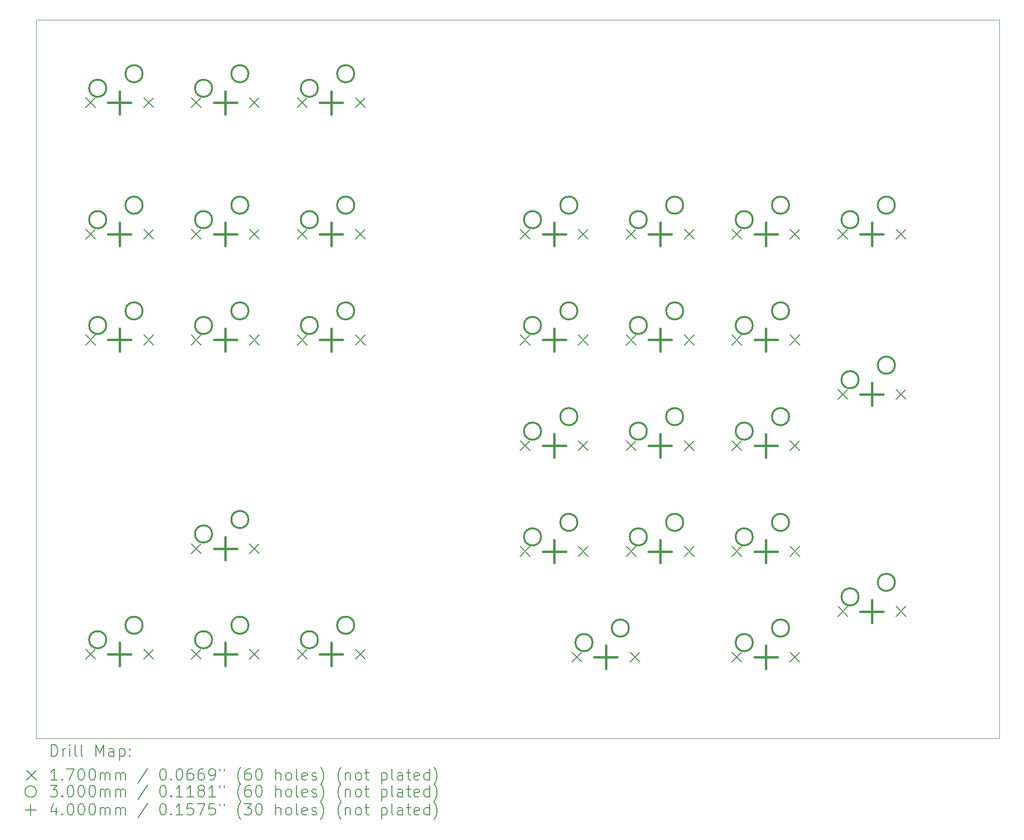
<source format=gbr>
%TF.GenerationSoftware,KiCad,Pcbnew,8.0.3*%
%TF.CreationDate,2024-08-13T11:45:48+03:00*%
%TF.ProjectId,Keyboard_stm32,4b657962-6f61-4726-945f-73746d33322e,rev?*%
%TF.SameCoordinates,Original*%
%TF.FileFunction,Drillmap*%
%TF.FilePolarity,Positive*%
%FSLAX45Y45*%
G04 Gerber Fmt 4.5, Leading zero omitted, Abs format (unit mm)*
G04 Created by KiCad (PCBNEW 8.0.3) date 2024-08-13 11:45:48*
%MOMM*%
%LPD*%
G01*
G04 APERTURE LIST*
%ADD10C,0.050000*%
%ADD11C,0.200000*%
%ADD12C,0.170000*%
%ADD13C,0.300000*%
%ADD14C,0.400000*%
G04 APERTURE END LIST*
D10*
X6315000Y-2685000D02*
X23145000Y-2685000D01*
X23145000Y-15255000D01*
X6315000Y-15255000D01*
X6315000Y-2685000D01*
D11*
D12*
X7172000Y-4050000D02*
X7342000Y-4220000D01*
X7342000Y-4050000D02*
X7172000Y-4220000D01*
X7172000Y-6350000D02*
X7342000Y-6520000D01*
X7342000Y-6350000D02*
X7172000Y-6520000D01*
X7172000Y-8200000D02*
X7342000Y-8370000D01*
X7342000Y-8200000D02*
X7172000Y-8370000D01*
X7172000Y-13700000D02*
X7342000Y-13870000D01*
X7342000Y-13700000D02*
X7172000Y-13870000D01*
X8188000Y-4050000D02*
X8358000Y-4220000D01*
X8358000Y-4050000D02*
X8188000Y-4220000D01*
X8188000Y-6350000D02*
X8358000Y-6520000D01*
X8358000Y-6350000D02*
X8188000Y-6520000D01*
X8188000Y-8200000D02*
X8358000Y-8370000D01*
X8358000Y-8200000D02*
X8188000Y-8370000D01*
X8188000Y-13700000D02*
X8358000Y-13870000D01*
X8358000Y-13700000D02*
X8188000Y-13870000D01*
X9022000Y-4050000D02*
X9192000Y-4220000D01*
X9192000Y-4050000D02*
X9022000Y-4220000D01*
X9022000Y-6350000D02*
X9192000Y-6520000D01*
X9192000Y-6350000D02*
X9022000Y-6520000D01*
X9022000Y-8200000D02*
X9192000Y-8370000D01*
X9192000Y-8200000D02*
X9022000Y-8370000D01*
X9022000Y-11850000D02*
X9192000Y-12020000D01*
X9192000Y-11850000D02*
X9022000Y-12020000D01*
X9022000Y-13700000D02*
X9192000Y-13870000D01*
X9192000Y-13700000D02*
X9022000Y-13870000D01*
X10038000Y-4050000D02*
X10208000Y-4220000D01*
X10208000Y-4050000D02*
X10038000Y-4220000D01*
X10038000Y-6350000D02*
X10208000Y-6520000D01*
X10208000Y-6350000D02*
X10038000Y-6520000D01*
X10038000Y-8200000D02*
X10208000Y-8370000D01*
X10208000Y-8200000D02*
X10038000Y-8370000D01*
X10038000Y-11850000D02*
X10208000Y-12020000D01*
X10208000Y-11850000D02*
X10038000Y-12020000D01*
X10038000Y-13700000D02*
X10208000Y-13870000D01*
X10208000Y-13700000D02*
X10038000Y-13870000D01*
X10872000Y-4050000D02*
X11042000Y-4220000D01*
X11042000Y-4050000D02*
X10872000Y-4220000D01*
X10872000Y-6350000D02*
X11042000Y-6520000D01*
X11042000Y-6350000D02*
X10872000Y-6520000D01*
X10872000Y-8200000D02*
X11042000Y-8370000D01*
X11042000Y-8200000D02*
X10872000Y-8370000D01*
X10872000Y-13700000D02*
X11042000Y-13870000D01*
X11042000Y-13700000D02*
X10872000Y-13870000D01*
X11888000Y-4050000D02*
X12058000Y-4220000D01*
X12058000Y-4050000D02*
X11888000Y-4220000D01*
X11888000Y-6350000D02*
X12058000Y-6520000D01*
X12058000Y-6350000D02*
X11888000Y-6520000D01*
X11888000Y-8200000D02*
X12058000Y-8370000D01*
X12058000Y-8200000D02*
X11888000Y-8370000D01*
X11888000Y-13700000D02*
X12058000Y-13870000D01*
X12058000Y-13700000D02*
X11888000Y-13870000D01*
X14772000Y-6350000D02*
X14942000Y-6520000D01*
X14942000Y-6350000D02*
X14772000Y-6520000D01*
X14772000Y-8200000D02*
X14942000Y-8370000D01*
X14942000Y-8200000D02*
X14772000Y-8370000D01*
X14772000Y-10050000D02*
X14942000Y-10220000D01*
X14942000Y-10050000D02*
X14772000Y-10220000D01*
X14772000Y-11900000D02*
X14942000Y-12070000D01*
X14942000Y-11900000D02*
X14772000Y-12070000D01*
X15672000Y-13750000D02*
X15842000Y-13920000D01*
X15842000Y-13750000D02*
X15672000Y-13920000D01*
X15788000Y-6350000D02*
X15958000Y-6520000D01*
X15958000Y-6350000D02*
X15788000Y-6520000D01*
X15788000Y-8200000D02*
X15958000Y-8370000D01*
X15958000Y-8200000D02*
X15788000Y-8370000D01*
X15788000Y-10050000D02*
X15958000Y-10220000D01*
X15958000Y-10050000D02*
X15788000Y-10220000D01*
X15788000Y-11900000D02*
X15958000Y-12070000D01*
X15958000Y-11900000D02*
X15788000Y-12070000D01*
X16622000Y-6350000D02*
X16792000Y-6520000D01*
X16792000Y-6350000D02*
X16622000Y-6520000D01*
X16622000Y-8200000D02*
X16792000Y-8370000D01*
X16792000Y-8200000D02*
X16622000Y-8370000D01*
X16622000Y-10050000D02*
X16792000Y-10220000D01*
X16792000Y-10050000D02*
X16622000Y-10220000D01*
X16622000Y-11900000D02*
X16792000Y-12070000D01*
X16792000Y-11900000D02*
X16622000Y-12070000D01*
X16688000Y-13750000D02*
X16858000Y-13920000D01*
X16858000Y-13750000D02*
X16688000Y-13920000D01*
X17638000Y-6350000D02*
X17808000Y-6520000D01*
X17808000Y-6350000D02*
X17638000Y-6520000D01*
X17638000Y-8200000D02*
X17808000Y-8370000D01*
X17808000Y-8200000D02*
X17638000Y-8370000D01*
X17638000Y-10050000D02*
X17808000Y-10220000D01*
X17808000Y-10050000D02*
X17638000Y-10220000D01*
X17638000Y-11900000D02*
X17808000Y-12070000D01*
X17808000Y-11900000D02*
X17638000Y-12070000D01*
X18472000Y-6350000D02*
X18642000Y-6520000D01*
X18642000Y-6350000D02*
X18472000Y-6520000D01*
X18472000Y-8200000D02*
X18642000Y-8370000D01*
X18642000Y-8200000D02*
X18472000Y-8370000D01*
X18472000Y-10050000D02*
X18642000Y-10220000D01*
X18642000Y-10050000D02*
X18472000Y-10220000D01*
X18472000Y-11900000D02*
X18642000Y-12070000D01*
X18642000Y-11900000D02*
X18472000Y-12070000D01*
X18472000Y-13750000D02*
X18642000Y-13920000D01*
X18642000Y-13750000D02*
X18472000Y-13920000D01*
X19488000Y-6350000D02*
X19658000Y-6520000D01*
X19658000Y-6350000D02*
X19488000Y-6520000D01*
X19488000Y-8200000D02*
X19658000Y-8370000D01*
X19658000Y-8200000D02*
X19488000Y-8370000D01*
X19488000Y-10050000D02*
X19658000Y-10220000D01*
X19658000Y-10050000D02*
X19488000Y-10220000D01*
X19488000Y-11900000D02*
X19658000Y-12070000D01*
X19658000Y-11900000D02*
X19488000Y-12070000D01*
X19488000Y-13750000D02*
X19658000Y-13920000D01*
X19658000Y-13750000D02*
X19488000Y-13920000D01*
X20322000Y-6350000D02*
X20492000Y-6520000D01*
X20492000Y-6350000D02*
X20322000Y-6520000D01*
X20322000Y-9150000D02*
X20492000Y-9320000D01*
X20492000Y-9150000D02*
X20322000Y-9320000D01*
X20322000Y-12950000D02*
X20492000Y-13120000D01*
X20492000Y-12950000D02*
X20322000Y-13120000D01*
X21338000Y-6350000D02*
X21508000Y-6520000D01*
X21508000Y-6350000D02*
X21338000Y-6520000D01*
X21338000Y-9150000D02*
X21508000Y-9320000D01*
X21508000Y-9150000D02*
X21338000Y-9320000D01*
X21338000Y-12950000D02*
X21508000Y-13120000D01*
X21508000Y-12950000D02*
X21338000Y-13120000D01*
D13*
X7534000Y-3881000D02*
G75*
G02*
X7234000Y-3881000I-150000J0D01*
G01*
X7234000Y-3881000D02*
G75*
G02*
X7534000Y-3881000I150000J0D01*
G01*
X7534000Y-6181000D02*
G75*
G02*
X7234000Y-6181000I-150000J0D01*
G01*
X7234000Y-6181000D02*
G75*
G02*
X7534000Y-6181000I150000J0D01*
G01*
X7534000Y-8031000D02*
G75*
G02*
X7234000Y-8031000I-150000J0D01*
G01*
X7234000Y-8031000D02*
G75*
G02*
X7534000Y-8031000I150000J0D01*
G01*
X7534000Y-13531000D02*
G75*
G02*
X7234000Y-13531000I-150000J0D01*
G01*
X7234000Y-13531000D02*
G75*
G02*
X7534000Y-13531000I150000J0D01*
G01*
X8169000Y-3627000D02*
G75*
G02*
X7869000Y-3627000I-150000J0D01*
G01*
X7869000Y-3627000D02*
G75*
G02*
X8169000Y-3627000I150000J0D01*
G01*
X8169000Y-5927000D02*
G75*
G02*
X7869000Y-5927000I-150000J0D01*
G01*
X7869000Y-5927000D02*
G75*
G02*
X8169000Y-5927000I150000J0D01*
G01*
X8169000Y-7777000D02*
G75*
G02*
X7869000Y-7777000I-150000J0D01*
G01*
X7869000Y-7777000D02*
G75*
G02*
X8169000Y-7777000I150000J0D01*
G01*
X8169000Y-13277000D02*
G75*
G02*
X7869000Y-13277000I-150000J0D01*
G01*
X7869000Y-13277000D02*
G75*
G02*
X8169000Y-13277000I150000J0D01*
G01*
X9384000Y-3881000D02*
G75*
G02*
X9084000Y-3881000I-150000J0D01*
G01*
X9084000Y-3881000D02*
G75*
G02*
X9384000Y-3881000I150000J0D01*
G01*
X9384000Y-6181000D02*
G75*
G02*
X9084000Y-6181000I-150000J0D01*
G01*
X9084000Y-6181000D02*
G75*
G02*
X9384000Y-6181000I150000J0D01*
G01*
X9384000Y-8031000D02*
G75*
G02*
X9084000Y-8031000I-150000J0D01*
G01*
X9084000Y-8031000D02*
G75*
G02*
X9384000Y-8031000I150000J0D01*
G01*
X9384000Y-11681000D02*
G75*
G02*
X9084000Y-11681000I-150000J0D01*
G01*
X9084000Y-11681000D02*
G75*
G02*
X9384000Y-11681000I150000J0D01*
G01*
X9384000Y-13531000D02*
G75*
G02*
X9084000Y-13531000I-150000J0D01*
G01*
X9084000Y-13531000D02*
G75*
G02*
X9384000Y-13531000I150000J0D01*
G01*
X10019000Y-3627000D02*
G75*
G02*
X9719000Y-3627000I-150000J0D01*
G01*
X9719000Y-3627000D02*
G75*
G02*
X10019000Y-3627000I150000J0D01*
G01*
X10019000Y-5927000D02*
G75*
G02*
X9719000Y-5927000I-150000J0D01*
G01*
X9719000Y-5927000D02*
G75*
G02*
X10019000Y-5927000I150000J0D01*
G01*
X10019000Y-7777000D02*
G75*
G02*
X9719000Y-7777000I-150000J0D01*
G01*
X9719000Y-7777000D02*
G75*
G02*
X10019000Y-7777000I150000J0D01*
G01*
X10019000Y-11427000D02*
G75*
G02*
X9719000Y-11427000I-150000J0D01*
G01*
X9719000Y-11427000D02*
G75*
G02*
X10019000Y-11427000I150000J0D01*
G01*
X10019000Y-13277000D02*
G75*
G02*
X9719000Y-13277000I-150000J0D01*
G01*
X9719000Y-13277000D02*
G75*
G02*
X10019000Y-13277000I150000J0D01*
G01*
X11234000Y-3881000D02*
G75*
G02*
X10934000Y-3881000I-150000J0D01*
G01*
X10934000Y-3881000D02*
G75*
G02*
X11234000Y-3881000I150000J0D01*
G01*
X11234000Y-6181000D02*
G75*
G02*
X10934000Y-6181000I-150000J0D01*
G01*
X10934000Y-6181000D02*
G75*
G02*
X11234000Y-6181000I150000J0D01*
G01*
X11234000Y-8031000D02*
G75*
G02*
X10934000Y-8031000I-150000J0D01*
G01*
X10934000Y-8031000D02*
G75*
G02*
X11234000Y-8031000I150000J0D01*
G01*
X11234000Y-13531000D02*
G75*
G02*
X10934000Y-13531000I-150000J0D01*
G01*
X10934000Y-13531000D02*
G75*
G02*
X11234000Y-13531000I150000J0D01*
G01*
X11869000Y-3627000D02*
G75*
G02*
X11569000Y-3627000I-150000J0D01*
G01*
X11569000Y-3627000D02*
G75*
G02*
X11869000Y-3627000I150000J0D01*
G01*
X11869000Y-5927000D02*
G75*
G02*
X11569000Y-5927000I-150000J0D01*
G01*
X11569000Y-5927000D02*
G75*
G02*
X11869000Y-5927000I150000J0D01*
G01*
X11869000Y-7777000D02*
G75*
G02*
X11569000Y-7777000I-150000J0D01*
G01*
X11569000Y-7777000D02*
G75*
G02*
X11869000Y-7777000I150000J0D01*
G01*
X11869000Y-13277000D02*
G75*
G02*
X11569000Y-13277000I-150000J0D01*
G01*
X11569000Y-13277000D02*
G75*
G02*
X11869000Y-13277000I150000J0D01*
G01*
X15134000Y-6181000D02*
G75*
G02*
X14834000Y-6181000I-150000J0D01*
G01*
X14834000Y-6181000D02*
G75*
G02*
X15134000Y-6181000I150000J0D01*
G01*
X15134000Y-8031000D02*
G75*
G02*
X14834000Y-8031000I-150000J0D01*
G01*
X14834000Y-8031000D02*
G75*
G02*
X15134000Y-8031000I150000J0D01*
G01*
X15134000Y-9881000D02*
G75*
G02*
X14834000Y-9881000I-150000J0D01*
G01*
X14834000Y-9881000D02*
G75*
G02*
X15134000Y-9881000I150000J0D01*
G01*
X15134000Y-11731000D02*
G75*
G02*
X14834000Y-11731000I-150000J0D01*
G01*
X14834000Y-11731000D02*
G75*
G02*
X15134000Y-11731000I150000J0D01*
G01*
X15769000Y-5927000D02*
G75*
G02*
X15469000Y-5927000I-150000J0D01*
G01*
X15469000Y-5927000D02*
G75*
G02*
X15769000Y-5927000I150000J0D01*
G01*
X15769000Y-7777000D02*
G75*
G02*
X15469000Y-7777000I-150000J0D01*
G01*
X15469000Y-7777000D02*
G75*
G02*
X15769000Y-7777000I150000J0D01*
G01*
X15769000Y-9627000D02*
G75*
G02*
X15469000Y-9627000I-150000J0D01*
G01*
X15469000Y-9627000D02*
G75*
G02*
X15769000Y-9627000I150000J0D01*
G01*
X15769000Y-11477000D02*
G75*
G02*
X15469000Y-11477000I-150000J0D01*
G01*
X15469000Y-11477000D02*
G75*
G02*
X15769000Y-11477000I150000J0D01*
G01*
X16034000Y-13581000D02*
G75*
G02*
X15734000Y-13581000I-150000J0D01*
G01*
X15734000Y-13581000D02*
G75*
G02*
X16034000Y-13581000I150000J0D01*
G01*
X16669000Y-13327000D02*
G75*
G02*
X16369000Y-13327000I-150000J0D01*
G01*
X16369000Y-13327000D02*
G75*
G02*
X16669000Y-13327000I150000J0D01*
G01*
X16984000Y-6181000D02*
G75*
G02*
X16684000Y-6181000I-150000J0D01*
G01*
X16684000Y-6181000D02*
G75*
G02*
X16984000Y-6181000I150000J0D01*
G01*
X16984000Y-8031000D02*
G75*
G02*
X16684000Y-8031000I-150000J0D01*
G01*
X16684000Y-8031000D02*
G75*
G02*
X16984000Y-8031000I150000J0D01*
G01*
X16984000Y-9881000D02*
G75*
G02*
X16684000Y-9881000I-150000J0D01*
G01*
X16684000Y-9881000D02*
G75*
G02*
X16984000Y-9881000I150000J0D01*
G01*
X16984000Y-11731000D02*
G75*
G02*
X16684000Y-11731000I-150000J0D01*
G01*
X16684000Y-11731000D02*
G75*
G02*
X16984000Y-11731000I150000J0D01*
G01*
X17619000Y-5927000D02*
G75*
G02*
X17319000Y-5927000I-150000J0D01*
G01*
X17319000Y-5927000D02*
G75*
G02*
X17619000Y-5927000I150000J0D01*
G01*
X17619000Y-7777000D02*
G75*
G02*
X17319000Y-7777000I-150000J0D01*
G01*
X17319000Y-7777000D02*
G75*
G02*
X17619000Y-7777000I150000J0D01*
G01*
X17619000Y-9627000D02*
G75*
G02*
X17319000Y-9627000I-150000J0D01*
G01*
X17319000Y-9627000D02*
G75*
G02*
X17619000Y-9627000I150000J0D01*
G01*
X17619000Y-11477000D02*
G75*
G02*
X17319000Y-11477000I-150000J0D01*
G01*
X17319000Y-11477000D02*
G75*
G02*
X17619000Y-11477000I150000J0D01*
G01*
X18834000Y-6181000D02*
G75*
G02*
X18534000Y-6181000I-150000J0D01*
G01*
X18534000Y-6181000D02*
G75*
G02*
X18834000Y-6181000I150000J0D01*
G01*
X18834000Y-8031000D02*
G75*
G02*
X18534000Y-8031000I-150000J0D01*
G01*
X18534000Y-8031000D02*
G75*
G02*
X18834000Y-8031000I150000J0D01*
G01*
X18834000Y-9881000D02*
G75*
G02*
X18534000Y-9881000I-150000J0D01*
G01*
X18534000Y-9881000D02*
G75*
G02*
X18834000Y-9881000I150000J0D01*
G01*
X18834000Y-11731000D02*
G75*
G02*
X18534000Y-11731000I-150000J0D01*
G01*
X18534000Y-11731000D02*
G75*
G02*
X18834000Y-11731000I150000J0D01*
G01*
X18834000Y-13581000D02*
G75*
G02*
X18534000Y-13581000I-150000J0D01*
G01*
X18534000Y-13581000D02*
G75*
G02*
X18834000Y-13581000I150000J0D01*
G01*
X19469000Y-5927000D02*
G75*
G02*
X19169000Y-5927000I-150000J0D01*
G01*
X19169000Y-5927000D02*
G75*
G02*
X19469000Y-5927000I150000J0D01*
G01*
X19469000Y-7777000D02*
G75*
G02*
X19169000Y-7777000I-150000J0D01*
G01*
X19169000Y-7777000D02*
G75*
G02*
X19469000Y-7777000I150000J0D01*
G01*
X19469000Y-9627000D02*
G75*
G02*
X19169000Y-9627000I-150000J0D01*
G01*
X19169000Y-9627000D02*
G75*
G02*
X19469000Y-9627000I150000J0D01*
G01*
X19469000Y-11477000D02*
G75*
G02*
X19169000Y-11477000I-150000J0D01*
G01*
X19169000Y-11477000D02*
G75*
G02*
X19469000Y-11477000I150000J0D01*
G01*
X19469000Y-13327000D02*
G75*
G02*
X19169000Y-13327000I-150000J0D01*
G01*
X19169000Y-13327000D02*
G75*
G02*
X19469000Y-13327000I150000J0D01*
G01*
X20684000Y-6181000D02*
G75*
G02*
X20384000Y-6181000I-150000J0D01*
G01*
X20384000Y-6181000D02*
G75*
G02*
X20684000Y-6181000I150000J0D01*
G01*
X20684000Y-8981000D02*
G75*
G02*
X20384000Y-8981000I-150000J0D01*
G01*
X20384000Y-8981000D02*
G75*
G02*
X20684000Y-8981000I150000J0D01*
G01*
X20684000Y-12781000D02*
G75*
G02*
X20384000Y-12781000I-150000J0D01*
G01*
X20384000Y-12781000D02*
G75*
G02*
X20684000Y-12781000I150000J0D01*
G01*
X21319000Y-5927000D02*
G75*
G02*
X21019000Y-5927000I-150000J0D01*
G01*
X21019000Y-5927000D02*
G75*
G02*
X21319000Y-5927000I150000J0D01*
G01*
X21319000Y-8727000D02*
G75*
G02*
X21019000Y-8727000I-150000J0D01*
G01*
X21019000Y-8727000D02*
G75*
G02*
X21319000Y-8727000I150000J0D01*
G01*
X21319000Y-12527000D02*
G75*
G02*
X21019000Y-12527000I-150000J0D01*
G01*
X21019000Y-12527000D02*
G75*
G02*
X21319000Y-12527000I150000J0D01*
G01*
D14*
X7765000Y-3935000D02*
X7765000Y-4335000D01*
X7565000Y-4135000D02*
X7965000Y-4135000D01*
X7765000Y-6235000D02*
X7765000Y-6635000D01*
X7565000Y-6435000D02*
X7965000Y-6435000D01*
X7765000Y-8085000D02*
X7765000Y-8485000D01*
X7565000Y-8285000D02*
X7965000Y-8285000D01*
X7765000Y-13585000D02*
X7765000Y-13985000D01*
X7565000Y-13785000D02*
X7965000Y-13785000D01*
X9615000Y-3935000D02*
X9615000Y-4335000D01*
X9415000Y-4135000D02*
X9815000Y-4135000D01*
X9615000Y-6235000D02*
X9615000Y-6635000D01*
X9415000Y-6435000D02*
X9815000Y-6435000D01*
X9615000Y-8085000D02*
X9615000Y-8485000D01*
X9415000Y-8285000D02*
X9815000Y-8285000D01*
X9615000Y-11735000D02*
X9615000Y-12135000D01*
X9415000Y-11935000D02*
X9815000Y-11935000D01*
X9615000Y-13585000D02*
X9615000Y-13985000D01*
X9415000Y-13785000D02*
X9815000Y-13785000D01*
X11465000Y-3935000D02*
X11465000Y-4335000D01*
X11265000Y-4135000D02*
X11665000Y-4135000D01*
X11465000Y-6235000D02*
X11465000Y-6635000D01*
X11265000Y-6435000D02*
X11665000Y-6435000D01*
X11465000Y-8085000D02*
X11465000Y-8485000D01*
X11265000Y-8285000D02*
X11665000Y-8285000D01*
X11465000Y-13585000D02*
X11465000Y-13985000D01*
X11265000Y-13785000D02*
X11665000Y-13785000D01*
X15365000Y-6235000D02*
X15365000Y-6635000D01*
X15165000Y-6435000D02*
X15565000Y-6435000D01*
X15365000Y-8085000D02*
X15365000Y-8485000D01*
X15165000Y-8285000D02*
X15565000Y-8285000D01*
X15365000Y-9935000D02*
X15365000Y-10335000D01*
X15165000Y-10135000D02*
X15565000Y-10135000D01*
X15365000Y-11785000D02*
X15365000Y-12185000D01*
X15165000Y-11985000D02*
X15565000Y-11985000D01*
X16265000Y-13635000D02*
X16265000Y-14035000D01*
X16065000Y-13835000D02*
X16465000Y-13835000D01*
X17215000Y-6235000D02*
X17215000Y-6635000D01*
X17015000Y-6435000D02*
X17415000Y-6435000D01*
X17215000Y-8085000D02*
X17215000Y-8485000D01*
X17015000Y-8285000D02*
X17415000Y-8285000D01*
X17215000Y-9935000D02*
X17215000Y-10335000D01*
X17015000Y-10135000D02*
X17415000Y-10135000D01*
X17215000Y-11785000D02*
X17215000Y-12185000D01*
X17015000Y-11985000D02*
X17415000Y-11985000D01*
X19065000Y-6235000D02*
X19065000Y-6635000D01*
X18865000Y-6435000D02*
X19265000Y-6435000D01*
X19065000Y-8085000D02*
X19065000Y-8485000D01*
X18865000Y-8285000D02*
X19265000Y-8285000D01*
X19065000Y-9935000D02*
X19065000Y-10335000D01*
X18865000Y-10135000D02*
X19265000Y-10135000D01*
X19065000Y-11785000D02*
X19065000Y-12185000D01*
X18865000Y-11985000D02*
X19265000Y-11985000D01*
X19065000Y-13635000D02*
X19065000Y-14035000D01*
X18865000Y-13835000D02*
X19265000Y-13835000D01*
X20915000Y-6235000D02*
X20915000Y-6635000D01*
X20715000Y-6435000D02*
X21115000Y-6435000D01*
X20915000Y-9035000D02*
X20915000Y-9435000D01*
X20715000Y-9235000D02*
X21115000Y-9235000D01*
X20915000Y-12835000D02*
X20915000Y-13235000D01*
X20715000Y-13035000D02*
X21115000Y-13035000D01*
D11*
X6573277Y-15568984D02*
X6573277Y-15368984D01*
X6573277Y-15368984D02*
X6620896Y-15368984D01*
X6620896Y-15368984D02*
X6649467Y-15378508D01*
X6649467Y-15378508D02*
X6668515Y-15397555D01*
X6668515Y-15397555D02*
X6678039Y-15416603D01*
X6678039Y-15416603D02*
X6687562Y-15454698D01*
X6687562Y-15454698D02*
X6687562Y-15483269D01*
X6687562Y-15483269D02*
X6678039Y-15521365D01*
X6678039Y-15521365D02*
X6668515Y-15540412D01*
X6668515Y-15540412D02*
X6649467Y-15559460D01*
X6649467Y-15559460D02*
X6620896Y-15568984D01*
X6620896Y-15568984D02*
X6573277Y-15568984D01*
X6773277Y-15568984D02*
X6773277Y-15435650D01*
X6773277Y-15473746D02*
X6782801Y-15454698D01*
X6782801Y-15454698D02*
X6792324Y-15445174D01*
X6792324Y-15445174D02*
X6811372Y-15435650D01*
X6811372Y-15435650D02*
X6830420Y-15435650D01*
X6897086Y-15568984D02*
X6897086Y-15435650D01*
X6897086Y-15368984D02*
X6887562Y-15378508D01*
X6887562Y-15378508D02*
X6897086Y-15388031D01*
X6897086Y-15388031D02*
X6906610Y-15378508D01*
X6906610Y-15378508D02*
X6897086Y-15368984D01*
X6897086Y-15368984D02*
X6897086Y-15388031D01*
X7020896Y-15568984D02*
X7001848Y-15559460D01*
X7001848Y-15559460D02*
X6992324Y-15540412D01*
X6992324Y-15540412D02*
X6992324Y-15368984D01*
X7125658Y-15568984D02*
X7106610Y-15559460D01*
X7106610Y-15559460D02*
X7097086Y-15540412D01*
X7097086Y-15540412D02*
X7097086Y-15368984D01*
X7354229Y-15568984D02*
X7354229Y-15368984D01*
X7354229Y-15368984D02*
X7420896Y-15511841D01*
X7420896Y-15511841D02*
X7487562Y-15368984D01*
X7487562Y-15368984D02*
X7487562Y-15568984D01*
X7668515Y-15568984D02*
X7668515Y-15464222D01*
X7668515Y-15464222D02*
X7658991Y-15445174D01*
X7658991Y-15445174D02*
X7639943Y-15435650D01*
X7639943Y-15435650D02*
X7601848Y-15435650D01*
X7601848Y-15435650D02*
X7582801Y-15445174D01*
X7668515Y-15559460D02*
X7649467Y-15568984D01*
X7649467Y-15568984D02*
X7601848Y-15568984D01*
X7601848Y-15568984D02*
X7582801Y-15559460D01*
X7582801Y-15559460D02*
X7573277Y-15540412D01*
X7573277Y-15540412D02*
X7573277Y-15521365D01*
X7573277Y-15521365D02*
X7582801Y-15502317D01*
X7582801Y-15502317D02*
X7601848Y-15492793D01*
X7601848Y-15492793D02*
X7649467Y-15492793D01*
X7649467Y-15492793D02*
X7668515Y-15483269D01*
X7763753Y-15435650D02*
X7763753Y-15635650D01*
X7763753Y-15445174D02*
X7782801Y-15435650D01*
X7782801Y-15435650D02*
X7820896Y-15435650D01*
X7820896Y-15435650D02*
X7839943Y-15445174D01*
X7839943Y-15445174D02*
X7849467Y-15454698D01*
X7849467Y-15454698D02*
X7858991Y-15473746D01*
X7858991Y-15473746D02*
X7858991Y-15530888D01*
X7858991Y-15530888D02*
X7849467Y-15549936D01*
X7849467Y-15549936D02*
X7839943Y-15559460D01*
X7839943Y-15559460D02*
X7820896Y-15568984D01*
X7820896Y-15568984D02*
X7782801Y-15568984D01*
X7782801Y-15568984D02*
X7763753Y-15559460D01*
X7944705Y-15549936D02*
X7954229Y-15559460D01*
X7954229Y-15559460D02*
X7944705Y-15568984D01*
X7944705Y-15568984D02*
X7935182Y-15559460D01*
X7935182Y-15559460D02*
X7944705Y-15549936D01*
X7944705Y-15549936D02*
X7944705Y-15568984D01*
X7944705Y-15445174D02*
X7954229Y-15454698D01*
X7954229Y-15454698D02*
X7944705Y-15464222D01*
X7944705Y-15464222D02*
X7935182Y-15454698D01*
X7935182Y-15454698D02*
X7944705Y-15445174D01*
X7944705Y-15445174D02*
X7944705Y-15464222D01*
D12*
X6142500Y-15812500D02*
X6312500Y-15982500D01*
X6312500Y-15812500D02*
X6142500Y-15982500D01*
D11*
X6678039Y-15988984D02*
X6563753Y-15988984D01*
X6620896Y-15988984D02*
X6620896Y-15788984D01*
X6620896Y-15788984D02*
X6601848Y-15817555D01*
X6601848Y-15817555D02*
X6582801Y-15836603D01*
X6582801Y-15836603D02*
X6563753Y-15846127D01*
X6763753Y-15969936D02*
X6773277Y-15979460D01*
X6773277Y-15979460D02*
X6763753Y-15988984D01*
X6763753Y-15988984D02*
X6754229Y-15979460D01*
X6754229Y-15979460D02*
X6763753Y-15969936D01*
X6763753Y-15969936D02*
X6763753Y-15988984D01*
X6839943Y-15788984D02*
X6973277Y-15788984D01*
X6973277Y-15788984D02*
X6887562Y-15988984D01*
X7087562Y-15788984D02*
X7106610Y-15788984D01*
X7106610Y-15788984D02*
X7125658Y-15798508D01*
X7125658Y-15798508D02*
X7135182Y-15808031D01*
X7135182Y-15808031D02*
X7144705Y-15827079D01*
X7144705Y-15827079D02*
X7154229Y-15865174D01*
X7154229Y-15865174D02*
X7154229Y-15912793D01*
X7154229Y-15912793D02*
X7144705Y-15950888D01*
X7144705Y-15950888D02*
X7135182Y-15969936D01*
X7135182Y-15969936D02*
X7125658Y-15979460D01*
X7125658Y-15979460D02*
X7106610Y-15988984D01*
X7106610Y-15988984D02*
X7087562Y-15988984D01*
X7087562Y-15988984D02*
X7068515Y-15979460D01*
X7068515Y-15979460D02*
X7058991Y-15969936D01*
X7058991Y-15969936D02*
X7049467Y-15950888D01*
X7049467Y-15950888D02*
X7039943Y-15912793D01*
X7039943Y-15912793D02*
X7039943Y-15865174D01*
X7039943Y-15865174D02*
X7049467Y-15827079D01*
X7049467Y-15827079D02*
X7058991Y-15808031D01*
X7058991Y-15808031D02*
X7068515Y-15798508D01*
X7068515Y-15798508D02*
X7087562Y-15788984D01*
X7278039Y-15788984D02*
X7297086Y-15788984D01*
X7297086Y-15788984D02*
X7316134Y-15798508D01*
X7316134Y-15798508D02*
X7325658Y-15808031D01*
X7325658Y-15808031D02*
X7335182Y-15827079D01*
X7335182Y-15827079D02*
X7344705Y-15865174D01*
X7344705Y-15865174D02*
X7344705Y-15912793D01*
X7344705Y-15912793D02*
X7335182Y-15950888D01*
X7335182Y-15950888D02*
X7325658Y-15969936D01*
X7325658Y-15969936D02*
X7316134Y-15979460D01*
X7316134Y-15979460D02*
X7297086Y-15988984D01*
X7297086Y-15988984D02*
X7278039Y-15988984D01*
X7278039Y-15988984D02*
X7258991Y-15979460D01*
X7258991Y-15979460D02*
X7249467Y-15969936D01*
X7249467Y-15969936D02*
X7239943Y-15950888D01*
X7239943Y-15950888D02*
X7230420Y-15912793D01*
X7230420Y-15912793D02*
X7230420Y-15865174D01*
X7230420Y-15865174D02*
X7239943Y-15827079D01*
X7239943Y-15827079D02*
X7249467Y-15808031D01*
X7249467Y-15808031D02*
X7258991Y-15798508D01*
X7258991Y-15798508D02*
X7278039Y-15788984D01*
X7430420Y-15988984D02*
X7430420Y-15855650D01*
X7430420Y-15874698D02*
X7439943Y-15865174D01*
X7439943Y-15865174D02*
X7458991Y-15855650D01*
X7458991Y-15855650D02*
X7487563Y-15855650D01*
X7487563Y-15855650D02*
X7506610Y-15865174D01*
X7506610Y-15865174D02*
X7516134Y-15884222D01*
X7516134Y-15884222D02*
X7516134Y-15988984D01*
X7516134Y-15884222D02*
X7525658Y-15865174D01*
X7525658Y-15865174D02*
X7544705Y-15855650D01*
X7544705Y-15855650D02*
X7573277Y-15855650D01*
X7573277Y-15855650D02*
X7592324Y-15865174D01*
X7592324Y-15865174D02*
X7601848Y-15884222D01*
X7601848Y-15884222D02*
X7601848Y-15988984D01*
X7697086Y-15988984D02*
X7697086Y-15855650D01*
X7697086Y-15874698D02*
X7706610Y-15865174D01*
X7706610Y-15865174D02*
X7725658Y-15855650D01*
X7725658Y-15855650D02*
X7754229Y-15855650D01*
X7754229Y-15855650D02*
X7773277Y-15865174D01*
X7773277Y-15865174D02*
X7782801Y-15884222D01*
X7782801Y-15884222D02*
X7782801Y-15988984D01*
X7782801Y-15884222D02*
X7792324Y-15865174D01*
X7792324Y-15865174D02*
X7811372Y-15855650D01*
X7811372Y-15855650D02*
X7839943Y-15855650D01*
X7839943Y-15855650D02*
X7858991Y-15865174D01*
X7858991Y-15865174D02*
X7868515Y-15884222D01*
X7868515Y-15884222D02*
X7868515Y-15988984D01*
X8258991Y-15779460D02*
X8087563Y-16036603D01*
X8516134Y-15788984D02*
X8535182Y-15788984D01*
X8535182Y-15788984D02*
X8554229Y-15798508D01*
X8554229Y-15798508D02*
X8563753Y-15808031D01*
X8563753Y-15808031D02*
X8573277Y-15827079D01*
X8573277Y-15827079D02*
X8582801Y-15865174D01*
X8582801Y-15865174D02*
X8582801Y-15912793D01*
X8582801Y-15912793D02*
X8573277Y-15950888D01*
X8573277Y-15950888D02*
X8563753Y-15969936D01*
X8563753Y-15969936D02*
X8554229Y-15979460D01*
X8554229Y-15979460D02*
X8535182Y-15988984D01*
X8535182Y-15988984D02*
X8516134Y-15988984D01*
X8516134Y-15988984D02*
X8497087Y-15979460D01*
X8497087Y-15979460D02*
X8487563Y-15969936D01*
X8487563Y-15969936D02*
X8478039Y-15950888D01*
X8478039Y-15950888D02*
X8468515Y-15912793D01*
X8468515Y-15912793D02*
X8468515Y-15865174D01*
X8468515Y-15865174D02*
X8478039Y-15827079D01*
X8478039Y-15827079D02*
X8487563Y-15808031D01*
X8487563Y-15808031D02*
X8497087Y-15798508D01*
X8497087Y-15798508D02*
X8516134Y-15788984D01*
X8668515Y-15969936D02*
X8678039Y-15979460D01*
X8678039Y-15979460D02*
X8668515Y-15988984D01*
X8668515Y-15988984D02*
X8658991Y-15979460D01*
X8658991Y-15979460D02*
X8668515Y-15969936D01*
X8668515Y-15969936D02*
X8668515Y-15988984D01*
X8801848Y-15788984D02*
X8820896Y-15788984D01*
X8820896Y-15788984D02*
X8839944Y-15798508D01*
X8839944Y-15798508D02*
X8849468Y-15808031D01*
X8849468Y-15808031D02*
X8858991Y-15827079D01*
X8858991Y-15827079D02*
X8868515Y-15865174D01*
X8868515Y-15865174D02*
X8868515Y-15912793D01*
X8868515Y-15912793D02*
X8858991Y-15950888D01*
X8858991Y-15950888D02*
X8849468Y-15969936D01*
X8849468Y-15969936D02*
X8839944Y-15979460D01*
X8839944Y-15979460D02*
X8820896Y-15988984D01*
X8820896Y-15988984D02*
X8801848Y-15988984D01*
X8801848Y-15988984D02*
X8782801Y-15979460D01*
X8782801Y-15979460D02*
X8773277Y-15969936D01*
X8773277Y-15969936D02*
X8763753Y-15950888D01*
X8763753Y-15950888D02*
X8754229Y-15912793D01*
X8754229Y-15912793D02*
X8754229Y-15865174D01*
X8754229Y-15865174D02*
X8763753Y-15827079D01*
X8763753Y-15827079D02*
X8773277Y-15808031D01*
X8773277Y-15808031D02*
X8782801Y-15798508D01*
X8782801Y-15798508D02*
X8801848Y-15788984D01*
X9039944Y-15788984D02*
X9001848Y-15788984D01*
X9001848Y-15788984D02*
X8982801Y-15798508D01*
X8982801Y-15798508D02*
X8973277Y-15808031D01*
X8973277Y-15808031D02*
X8954229Y-15836603D01*
X8954229Y-15836603D02*
X8944706Y-15874698D01*
X8944706Y-15874698D02*
X8944706Y-15950888D01*
X8944706Y-15950888D02*
X8954229Y-15969936D01*
X8954229Y-15969936D02*
X8963753Y-15979460D01*
X8963753Y-15979460D02*
X8982801Y-15988984D01*
X8982801Y-15988984D02*
X9020896Y-15988984D01*
X9020896Y-15988984D02*
X9039944Y-15979460D01*
X9039944Y-15979460D02*
X9049468Y-15969936D01*
X9049468Y-15969936D02*
X9058991Y-15950888D01*
X9058991Y-15950888D02*
X9058991Y-15903269D01*
X9058991Y-15903269D02*
X9049468Y-15884222D01*
X9049468Y-15884222D02*
X9039944Y-15874698D01*
X9039944Y-15874698D02*
X9020896Y-15865174D01*
X9020896Y-15865174D02*
X8982801Y-15865174D01*
X8982801Y-15865174D02*
X8963753Y-15874698D01*
X8963753Y-15874698D02*
X8954229Y-15884222D01*
X8954229Y-15884222D02*
X8944706Y-15903269D01*
X9230420Y-15788984D02*
X9192325Y-15788984D01*
X9192325Y-15788984D02*
X9173277Y-15798508D01*
X9173277Y-15798508D02*
X9163753Y-15808031D01*
X9163753Y-15808031D02*
X9144706Y-15836603D01*
X9144706Y-15836603D02*
X9135182Y-15874698D01*
X9135182Y-15874698D02*
X9135182Y-15950888D01*
X9135182Y-15950888D02*
X9144706Y-15969936D01*
X9144706Y-15969936D02*
X9154229Y-15979460D01*
X9154229Y-15979460D02*
X9173277Y-15988984D01*
X9173277Y-15988984D02*
X9211372Y-15988984D01*
X9211372Y-15988984D02*
X9230420Y-15979460D01*
X9230420Y-15979460D02*
X9239944Y-15969936D01*
X9239944Y-15969936D02*
X9249468Y-15950888D01*
X9249468Y-15950888D02*
X9249468Y-15903269D01*
X9249468Y-15903269D02*
X9239944Y-15884222D01*
X9239944Y-15884222D02*
X9230420Y-15874698D01*
X9230420Y-15874698D02*
X9211372Y-15865174D01*
X9211372Y-15865174D02*
X9173277Y-15865174D01*
X9173277Y-15865174D02*
X9154229Y-15874698D01*
X9154229Y-15874698D02*
X9144706Y-15884222D01*
X9144706Y-15884222D02*
X9135182Y-15903269D01*
X9344706Y-15988984D02*
X9382801Y-15988984D01*
X9382801Y-15988984D02*
X9401849Y-15979460D01*
X9401849Y-15979460D02*
X9411372Y-15969936D01*
X9411372Y-15969936D02*
X9430420Y-15941365D01*
X9430420Y-15941365D02*
X9439944Y-15903269D01*
X9439944Y-15903269D02*
X9439944Y-15827079D01*
X9439944Y-15827079D02*
X9430420Y-15808031D01*
X9430420Y-15808031D02*
X9420896Y-15798508D01*
X9420896Y-15798508D02*
X9401849Y-15788984D01*
X9401849Y-15788984D02*
X9363753Y-15788984D01*
X9363753Y-15788984D02*
X9344706Y-15798508D01*
X9344706Y-15798508D02*
X9335182Y-15808031D01*
X9335182Y-15808031D02*
X9325658Y-15827079D01*
X9325658Y-15827079D02*
X9325658Y-15874698D01*
X9325658Y-15874698D02*
X9335182Y-15893746D01*
X9335182Y-15893746D02*
X9344706Y-15903269D01*
X9344706Y-15903269D02*
X9363753Y-15912793D01*
X9363753Y-15912793D02*
X9401849Y-15912793D01*
X9401849Y-15912793D02*
X9420896Y-15903269D01*
X9420896Y-15903269D02*
X9430420Y-15893746D01*
X9430420Y-15893746D02*
X9439944Y-15874698D01*
X9516134Y-15788984D02*
X9516134Y-15827079D01*
X9592325Y-15788984D02*
X9592325Y-15827079D01*
X9887563Y-16065174D02*
X9878039Y-16055650D01*
X9878039Y-16055650D02*
X9858991Y-16027079D01*
X9858991Y-16027079D02*
X9849468Y-16008031D01*
X9849468Y-16008031D02*
X9839944Y-15979460D01*
X9839944Y-15979460D02*
X9830420Y-15931841D01*
X9830420Y-15931841D02*
X9830420Y-15893746D01*
X9830420Y-15893746D02*
X9839944Y-15846127D01*
X9839944Y-15846127D02*
X9849468Y-15817555D01*
X9849468Y-15817555D02*
X9858991Y-15798508D01*
X9858991Y-15798508D02*
X9878039Y-15769936D01*
X9878039Y-15769936D02*
X9887563Y-15760412D01*
X10049468Y-15788984D02*
X10011372Y-15788984D01*
X10011372Y-15788984D02*
X9992325Y-15798508D01*
X9992325Y-15798508D02*
X9982801Y-15808031D01*
X9982801Y-15808031D02*
X9963753Y-15836603D01*
X9963753Y-15836603D02*
X9954230Y-15874698D01*
X9954230Y-15874698D02*
X9954230Y-15950888D01*
X9954230Y-15950888D02*
X9963753Y-15969936D01*
X9963753Y-15969936D02*
X9973277Y-15979460D01*
X9973277Y-15979460D02*
X9992325Y-15988984D01*
X9992325Y-15988984D02*
X10030420Y-15988984D01*
X10030420Y-15988984D02*
X10049468Y-15979460D01*
X10049468Y-15979460D02*
X10058991Y-15969936D01*
X10058991Y-15969936D02*
X10068515Y-15950888D01*
X10068515Y-15950888D02*
X10068515Y-15903269D01*
X10068515Y-15903269D02*
X10058991Y-15884222D01*
X10058991Y-15884222D02*
X10049468Y-15874698D01*
X10049468Y-15874698D02*
X10030420Y-15865174D01*
X10030420Y-15865174D02*
X9992325Y-15865174D01*
X9992325Y-15865174D02*
X9973277Y-15874698D01*
X9973277Y-15874698D02*
X9963753Y-15884222D01*
X9963753Y-15884222D02*
X9954230Y-15903269D01*
X10192325Y-15788984D02*
X10211372Y-15788984D01*
X10211372Y-15788984D02*
X10230420Y-15798508D01*
X10230420Y-15798508D02*
X10239944Y-15808031D01*
X10239944Y-15808031D02*
X10249468Y-15827079D01*
X10249468Y-15827079D02*
X10258991Y-15865174D01*
X10258991Y-15865174D02*
X10258991Y-15912793D01*
X10258991Y-15912793D02*
X10249468Y-15950888D01*
X10249468Y-15950888D02*
X10239944Y-15969936D01*
X10239944Y-15969936D02*
X10230420Y-15979460D01*
X10230420Y-15979460D02*
X10211372Y-15988984D01*
X10211372Y-15988984D02*
X10192325Y-15988984D01*
X10192325Y-15988984D02*
X10173277Y-15979460D01*
X10173277Y-15979460D02*
X10163753Y-15969936D01*
X10163753Y-15969936D02*
X10154230Y-15950888D01*
X10154230Y-15950888D02*
X10144706Y-15912793D01*
X10144706Y-15912793D02*
X10144706Y-15865174D01*
X10144706Y-15865174D02*
X10154230Y-15827079D01*
X10154230Y-15827079D02*
X10163753Y-15808031D01*
X10163753Y-15808031D02*
X10173277Y-15798508D01*
X10173277Y-15798508D02*
X10192325Y-15788984D01*
X10497087Y-15988984D02*
X10497087Y-15788984D01*
X10582801Y-15988984D02*
X10582801Y-15884222D01*
X10582801Y-15884222D02*
X10573277Y-15865174D01*
X10573277Y-15865174D02*
X10554230Y-15855650D01*
X10554230Y-15855650D02*
X10525658Y-15855650D01*
X10525658Y-15855650D02*
X10506611Y-15865174D01*
X10506611Y-15865174D02*
X10497087Y-15874698D01*
X10706611Y-15988984D02*
X10687563Y-15979460D01*
X10687563Y-15979460D02*
X10678039Y-15969936D01*
X10678039Y-15969936D02*
X10668515Y-15950888D01*
X10668515Y-15950888D02*
X10668515Y-15893746D01*
X10668515Y-15893746D02*
X10678039Y-15874698D01*
X10678039Y-15874698D02*
X10687563Y-15865174D01*
X10687563Y-15865174D02*
X10706611Y-15855650D01*
X10706611Y-15855650D02*
X10735182Y-15855650D01*
X10735182Y-15855650D02*
X10754230Y-15865174D01*
X10754230Y-15865174D02*
X10763753Y-15874698D01*
X10763753Y-15874698D02*
X10773277Y-15893746D01*
X10773277Y-15893746D02*
X10773277Y-15950888D01*
X10773277Y-15950888D02*
X10763753Y-15969936D01*
X10763753Y-15969936D02*
X10754230Y-15979460D01*
X10754230Y-15979460D02*
X10735182Y-15988984D01*
X10735182Y-15988984D02*
X10706611Y-15988984D01*
X10887563Y-15988984D02*
X10868515Y-15979460D01*
X10868515Y-15979460D02*
X10858992Y-15960412D01*
X10858992Y-15960412D02*
X10858992Y-15788984D01*
X11039944Y-15979460D02*
X11020896Y-15988984D01*
X11020896Y-15988984D02*
X10982801Y-15988984D01*
X10982801Y-15988984D02*
X10963753Y-15979460D01*
X10963753Y-15979460D02*
X10954230Y-15960412D01*
X10954230Y-15960412D02*
X10954230Y-15884222D01*
X10954230Y-15884222D02*
X10963753Y-15865174D01*
X10963753Y-15865174D02*
X10982801Y-15855650D01*
X10982801Y-15855650D02*
X11020896Y-15855650D01*
X11020896Y-15855650D02*
X11039944Y-15865174D01*
X11039944Y-15865174D02*
X11049468Y-15884222D01*
X11049468Y-15884222D02*
X11049468Y-15903269D01*
X11049468Y-15903269D02*
X10954230Y-15922317D01*
X11125658Y-15979460D02*
X11144706Y-15988984D01*
X11144706Y-15988984D02*
X11182801Y-15988984D01*
X11182801Y-15988984D02*
X11201849Y-15979460D01*
X11201849Y-15979460D02*
X11211372Y-15960412D01*
X11211372Y-15960412D02*
X11211372Y-15950888D01*
X11211372Y-15950888D02*
X11201849Y-15931841D01*
X11201849Y-15931841D02*
X11182801Y-15922317D01*
X11182801Y-15922317D02*
X11154230Y-15922317D01*
X11154230Y-15922317D02*
X11135182Y-15912793D01*
X11135182Y-15912793D02*
X11125658Y-15893746D01*
X11125658Y-15893746D02*
X11125658Y-15884222D01*
X11125658Y-15884222D02*
X11135182Y-15865174D01*
X11135182Y-15865174D02*
X11154230Y-15855650D01*
X11154230Y-15855650D02*
X11182801Y-15855650D01*
X11182801Y-15855650D02*
X11201849Y-15865174D01*
X11278039Y-16065174D02*
X11287563Y-16055650D01*
X11287563Y-16055650D02*
X11306611Y-16027079D01*
X11306611Y-16027079D02*
X11316134Y-16008031D01*
X11316134Y-16008031D02*
X11325658Y-15979460D01*
X11325658Y-15979460D02*
X11335182Y-15931841D01*
X11335182Y-15931841D02*
X11335182Y-15893746D01*
X11335182Y-15893746D02*
X11325658Y-15846127D01*
X11325658Y-15846127D02*
X11316134Y-15817555D01*
X11316134Y-15817555D02*
X11306611Y-15798508D01*
X11306611Y-15798508D02*
X11287563Y-15769936D01*
X11287563Y-15769936D02*
X11278039Y-15760412D01*
X11639944Y-16065174D02*
X11630420Y-16055650D01*
X11630420Y-16055650D02*
X11611372Y-16027079D01*
X11611372Y-16027079D02*
X11601849Y-16008031D01*
X11601849Y-16008031D02*
X11592325Y-15979460D01*
X11592325Y-15979460D02*
X11582801Y-15931841D01*
X11582801Y-15931841D02*
X11582801Y-15893746D01*
X11582801Y-15893746D02*
X11592325Y-15846127D01*
X11592325Y-15846127D02*
X11601849Y-15817555D01*
X11601849Y-15817555D02*
X11611372Y-15798508D01*
X11611372Y-15798508D02*
X11630420Y-15769936D01*
X11630420Y-15769936D02*
X11639944Y-15760412D01*
X11716134Y-15855650D02*
X11716134Y-15988984D01*
X11716134Y-15874698D02*
X11725658Y-15865174D01*
X11725658Y-15865174D02*
X11744706Y-15855650D01*
X11744706Y-15855650D02*
X11773277Y-15855650D01*
X11773277Y-15855650D02*
X11792325Y-15865174D01*
X11792325Y-15865174D02*
X11801849Y-15884222D01*
X11801849Y-15884222D02*
X11801849Y-15988984D01*
X11925658Y-15988984D02*
X11906611Y-15979460D01*
X11906611Y-15979460D02*
X11897087Y-15969936D01*
X11897087Y-15969936D02*
X11887563Y-15950888D01*
X11887563Y-15950888D02*
X11887563Y-15893746D01*
X11887563Y-15893746D02*
X11897087Y-15874698D01*
X11897087Y-15874698D02*
X11906611Y-15865174D01*
X11906611Y-15865174D02*
X11925658Y-15855650D01*
X11925658Y-15855650D02*
X11954230Y-15855650D01*
X11954230Y-15855650D02*
X11973277Y-15865174D01*
X11973277Y-15865174D02*
X11982801Y-15874698D01*
X11982801Y-15874698D02*
X11992325Y-15893746D01*
X11992325Y-15893746D02*
X11992325Y-15950888D01*
X11992325Y-15950888D02*
X11982801Y-15969936D01*
X11982801Y-15969936D02*
X11973277Y-15979460D01*
X11973277Y-15979460D02*
X11954230Y-15988984D01*
X11954230Y-15988984D02*
X11925658Y-15988984D01*
X12049468Y-15855650D02*
X12125658Y-15855650D01*
X12078039Y-15788984D02*
X12078039Y-15960412D01*
X12078039Y-15960412D02*
X12087563Y-15979460D01*
X12087563Y-15979460D02*
X12106611Y-15988984D01*
X12106611Y-15988984D02*
X12125658Y-15988984D01*
X12344706Y-15855650D02*
X12344706Y-16055650D01*
X12344706Y-15865174D02*
X12363753Y-15855650D01*
X12363753Y-15855650D02*
X12401849Y-15855650D01*
X12401849Y-15855650D02*
X12420896Y-15865174D01*
X12420896Y-15865174D02*
X12430420Y-15874698D01*
X12430420Y-15874698D02*
X12439944Y-15893746D01*
X12439944Y-15893746D02*
X12439944Y-15950888D01*
X12439944Y-15950888D02*
X12430420Y-15969936D01*
X12430420Y-15969936D02*
X12420896Y-15979460D01*
X12420896Y-15979460D02*
X12401849Y-15988984D01*
X12401849Y-15988984D02*
X12363753Y-15988984D01*
X12363753Y-15988984D02*
X12344706Y-15979460D01*
X12554230Y-15988984D02*
X12535182Y-15979460D01*
X12535182Y-15979460D02*
X12525658Y-15960412D01*
X12525658Y-15960412D02*
X12525658Y-15788984D01*
X12716134Y-15988984D02*
X12716134Y-15884222D01*
X12716134Y-15884222D02*
X12706611Y-15865174D01*
X12706611Y-15865174D02*
X12687563Y-15855650D01*
X12687563Y-15855650D02*
X12649468Y-15855650D01*
X12649468Y-15855650D02*
X12630420Y-15865174D01*
X12716134Y-15979460D02*
X12697087Y-15988984D01*
X12697087Y-15988984D02*
X12649468Y-15988984D01*
X12649468Y-15988984D02*
X12630420Y-15979460D01*
X12630420Y-15979460D02*
X12620896Y-15960412D01*
X12620896Y-15960412D02*
X12620896Y-15941365D01*
X12620896Y-15941365D02*
X12630420Y-15922317D01*
X12630420Y-15922317D02*
X12649468Y-15912793D01*
X12649468Y-15912793D02*
X12697087Y-15912793D01*
X12697087Y-15912793D02*
X12716134Y-15903269D01*
X12782801Y-15855650D02*
X12858992Y-15855650D01*
X12811373Y-15788984D02*
X12811373Y-15960412D01*
X12811373Y-15960412D02*
X12820896Y-15979460D01*
X12820896Y-15979460D02*
X12839944Y-15988984D01*
X12839944Y-15988984D02*
X12858992Y-15988984D01*
X13001849Y-15979460D02*
X12982801Y-15988984D01*
X12982801Y-15988984D02*
X12944706Y-15988984D01*
X12944706Y-15988984D02*
X12925658Y-15979460D01*
X12925658Y-15979460D02*
X12916134Y-15960412D01*
X12916134Y-15960412D02*
X12916134Y-15884222D01*
X12916134Y-15884222D02*
X12925658Y-15865174D01*
X12925658Y-15865174D02*
X12944706Y-15855650D01*
X12944706Y-15855650D02*
X12982801Y-15855650D01*
X12982801Y-15855650D02*
X13001849Y-15865174D01*
X13001849Y-15865174D02*
X13011373Y-15884222D01*
X13011373Y-15884222D02*
X13011373Y-15903269D01*
X13011373Y-15903269D02*
X12916134Y-15922317D01*
X13182801Y-15988984D02*
X13182801Y-15788984D01*
X13182801Y-15979460D02*
X13163754Y-15988984D01*
X13163754Y-15988984D02*
X13125658Y-15988984D01*
X13125658Y-15988984D02*
X13106611Y-15979460D01*
X13106611Y-15979460D02*
X13097087Y-15969936D01*
X13097087Y-15969936D02*
X13087563Y-15950888D01*
X13087563Y-15950888D02*
X13087563Y-15893746D01*
X13087563Y-15893746D02*
X13097087Y-15874698D01*
X13097087Y-15874698D02*
X13106611Y-15865174D01*
X13106611Y-15865174D02*
X13125658Y-15855650D01*
X13125658Y-15855650D02*
X13163754Y-15855650D01*
X13163754Y-15855650D02*
X13182801Y-15865174D01*
X13258992Y-16065174D02*
X13268515Y-16055650D01*
X13268515Y-16055650D02*
X13287563Y-16027079D01*
X13287563Y-16027079D02*
X13297087Y-16008031D01*
X13297087Y-16008031D02*
X13306611Y-15979460D01*
X13306611Y-15979460D02*
X13316134Y-15931841D01*
X13316134Y-15931841D02*
X13316134Y-15893746D01*
X13316134Y-15893746D02*
X13306611Y-15846127D01*
X13306611Y-15846127D02*
X13297087Y-15817555D01*
X13297087Y-15817555D02*
X13287563Y-15798508D01*
X13287563Y-15798508D02*
X13268515Y-15769936D01*
X13268515Y-15769936D02*
X13258992Y-15760412D01*
X6312500Y-16187500D02*
G75*
G02*
X6112500Y-16187500I-100000J0D01*
G01*
X6112500Y-16187500D02*
G75*
G02*
X6312500Y-16187500I100000J0D01*
G01*
X6554229Y-16078984D02*
X6678039Y-16078984D01*
X6678039Y-16078984D02*
X6611372Y-16155174D01*
X6611372Y-16155174D02*
X6639943Y-16155174D01*
X6639943Y-16155174D02*
X6658991Y-16164698D01*
X6658991Y-16164698D02*
X6668515Y-16174222D01*
X6668515Y-16174222D02*
X6678039Y-16193269D01*
X6678039Y-16193269D02*
X6678039Y-16240888D01*
X6678039Y-16240888D02*
X6668515Y-16259936D01*
X6668515Y-16259936D02*
X6658991Y-16269460D01*
X6658991Y-16269460D02*
X6639943Y-16278984D01*
X6639943Y-16278984D02*
X6582801Y-16278984D01*
X6582801Y-16278984D02*
X6563753Y-16269460D01*
X6563753Y-16269460D02*
X6554229Y-16259936D01*
X6763753Y-16259936D02*
X6773277Y-16269460D01*
X6773277Y-16269460D02*
X6763753Y-16278984D01*
X6763753Y-16278984D02*
X6754229Y-16269460D01*
X6754229Y-16269460D02*
X6763753Y-16259936D01*
X6763753Y-16259936D02*
X6763753Y-16278984D01*
X6897086Y-16078984D02*
X6916134Y-16078984D01*
X6916134Y-16078984D02*
X6935182Y-16088508D01*
X6935182Y-16088508D02*
X6944705Y-16098031D01*
X6944705Y-16098031D02*
X6954229Y-16117079D01*
X6954229Y-16117079D02*
X6963753Y-16155174D01*
X6963753Y-16155174D02*
X6963753Y-16202793D01*
X6963753Y-16202793D02*
X6954229Y-16240888D01*
X6954229Y-16240888D02*
X6944705Y-16259936D01*
X6944705Y-16259936D02*
X6935182Y-16269460D01*
X6935182Y-16269460D02*
X6916134Y-16278984D01*
X6916134Y-16278984D02*
X6897086Y-16278984D01*
X6897086Y-16278984D02*
X6878039Y-16269460D01*
X6878039Y-16269460D02*
X6868515Y-16259936D01*
X6868515Y-16259936D02*
X6858991Y-16240888D01*
X6858991Y-16240888D02*
X6849467Y-16202793D01*
X6849467Y-16202793D02*
X6849467Y-16155174D01*
X6849467Y-16155174D02*
X6858991Y-16117079D01*
X6858991Y-16117079D02*
X6868515Y-16098031D01*
X6868515Y-16098031D02*
X6878039Y-16088508D01*
X6878039Y-16088508D02*
X6897086Y-16078984D01*
X7087562Y-16078984D02*
X7106610Y-16078984D01*
X7106610Y-16078984D02*
X7125658Y-16088508D01*
X7125658Y-16088508D02*
X7135182Y-16098031D01*
X7135182Y-16098031D02*
X7144705Y-16117079D01*
X7144705Y-16117079D02*
X7154229Y-16155174D01*
X7154229Y-16155174D02*
X7154229Y-16202793D01*
X7154229Y-16202793D02*
X7144705Y-16240888D01*
X7144705Y-16240888D02*
X7135182Y-16259936D01*
X7135182Y-16259936D02*
X7125658Y-16269460D01*
X7125658Y-16269460D02*
X7106610Y-16278984D01*
X7106610Y-16278984D02*
X7087562Y-16278984D01*
X7087562Y-16278984D02*
X7068515Y-16269460D01*
X7068515Y-16269460D02*
X7058991Y-16259936D01*
X7058991Y-16259936D02*
X7049467Y-16240888D01*
X7049467Y-16240888D02*
X7039943Y-16202793D01*
X7039943Y-16202793D02*
X7039943Y-16155174D01*
X7039943Y-16155174D02*
X7049467Y-16117079D01*
X7049467Y-16117079D02*
X7058991Y-16098031D01*
X7058991Y-16098031D02*
X7068515Y-16088508D01*
X7068515Y-16088508D02*
X7087562Y-16078984D01*
X7278039Y-16078984D02*
X7297086Y-16078984D01*
X7297086Y-16078984D02*
X7316134Y-16088508D01*
X7316134Y-16088508D02*
X7325658Y-16098031D01*
X7325658Y-16098031D02*
X7335182Y-16117079D01*
X7335182Y-16117079D02*
X7344705Y-16155174D01*
X7344705Y-16155174D02*
X7344705Y-16202793D01*
X7344705Y-16202793D02*
X7335182Y-16240888D01*
X7335182Y-16240888D02*
X7325658Y-16259936D01*
X7325658Y-16259936D02*
X7316134Y-16269460D01*
X7316134Y-16269460D02*
X7297086Y-16278984D01*
X7297086Y-16278984D02*
X7278039Y-16278984D01*
X7278039Y-16278984D02*
X7258991Y-16269460D01*
X7258991Y-16269460D02*
X7249467Y-16259936D01*
X7249467Y-16259936D02*
X7239943Y-16240888D01*
X7239943Y-16240888D02*
X7230420Y-16202793D01*
X7230420Y-16202793D02*
X7230420Y-16155174D01*
X7230420Y-16155174D02*
X7239943Y-16117079D01*
X7239943Y-16117079D02*
X7249467Y-16098031D01*
X7249467Y-16098031D02*
X7258991Y-16088508D01*
X7258991Y-16088508D02*
X7278039Y-16078984D01*
X7430420Y-16278984D02*
X7430420Y-16145650D01*
X7430420Y-16164698D02*
X7439943Y-16155174D01*
X7439943Y-16155174D02*
X7458991Y-16145650D01*
X7458991Y-16145650D02*
X7487563Y-16145650D01*
X7487563Y-16145650D02*
X7506610Y-16155174D01*
X7506610Y-16155174D02*
X7516134Y-16174222D01*
X7516134Y-16174222D02*
X7516134Y-16278984D01*
X7516134Y-16174222D02*
X7525658Y-16155174D01*
X7525658Y-16155174D02*
X7544705Y-16145650D01*
X7544705Y-16145650D02*
X7573277Y-16145650D01*
X7573277Y-16145650D02*
X7592324Y-16155174D01*
X7592324Y-16155174D02*
X7601848Y-16174222D01*
X7601848Y-16174222D02*
X7601848Y-16278984D01*
X7697086Y-16278984D02*
X7697086Y-16145650D01*
X7697086Y-16164698D02*
X7706610Y-16155174D01*
X7706610Y-16155174D02*
X7725658Y-16145650D01*
X7725658Y-16145650D02*
X7754229Y-16145650D01*
X7754229Y-16145650D02*
X7773277Y-16155174D01*
X7773277Y-16155174D02*
X7782801Y-16174222D01*
X7782801Y-16174222D02*
X7782801Y-16278984D01*
X7782801Y-16174222D02*
X7792324Y-16155174D01*
X7792324Y-16155174D02*
X7811372Y-16145650D01*
X7811372Y-16145650D02*
X7839943Y-16145650D01*
X7839943Y-16145650D02*
X7858991Y-16155174D01*
X7858991Y-16155174D02*
X7868515Y-16174222D01*
X7868515Y-16174222D02*
X7868515Y-16278984D01*
X8258991Y-16069460D02*
X8087563Y-16326603D01*
X8516134Y-16078984D02*
X8535182Y-16078984D01*
X8535182Y-16078984D02*
X8554229Y-16088508D01*
X8554229Y-16088508D02*
X8563753Y-16098031D01*
X8563753Y-16098031D02*
X8573277Y-16117079D01*
X8573277Y-16117079D02*
X8582801Y-16155174D01*
X8582801Y-16155174D02*
X8582801Y-16202793D01*
X8582801Y-16202793D02*
X8573277Y-16240888D01*
X8573277Y-16240888D02*
X8563753Y-16259936D01*
X8563753Y-16259936D02*
X8554229Y-16269460D01*
X8554229Y-16269460D02*
X8535182Y-16278984D01*
X8535182Y-16278984D02*
X8516134Y-16278984D01*
X8516134Y-16278984D02*
X8497087Y-16269460D01*
X8497087Y-16269460D02*
X8487563Y-16259936D01*
X8487563Y-16259936D02*
X8478039Y-16240888D01*
X8478039Y-16240888D02*
X8468515Y-16202793D01*
X8468515Y-16202793D02*
X8468515Y-16155174D01*
X8468515Y-16155174D02*
X8478039Y-16117079D01*
X8478039Y-16117079D02*
X8487563Y-16098031D01*
X8487563Y-16098031D02*
X8497087Y-16088508D01*
X8497087Y-16088508D02*
X8516134Y-16078984D01*
X8668515Y-16259936D02*
X8678039Y-16269460D01*
X8678039Y-16269460D02*
X8668515Y-16278984D01*
X8668515Y-16278984D02*
X8658991Y-16269460D01*
X8658991Y-16269460D02*
X8668515Y-16259936D01*
X8668515Y-16259936D02*
X8668515Y-16278984D01*
X8868515Y-16278984D02*
X8754229Y-16278984D01*
X8811372Y-16278984D02*
X8811372Y-16078984D01*
X8811372Y-16078984D02*
X8792325Y-16107555D01*
X8792325Y-16107555D02*
X8773277Y-16126603D01*
X8773277Y-16126603D02*
X8754229Y-16136127D01*
X9058991Y-16278984D02*
X8944706Y-16278984D01*
X9001848Y-16278984D02*
X9001848Y-16078984D01*
X9001848Y-16078984D02*
X8982801Y-16107555D01*
X8982801Y-16107555D02*
X8963753Y-16126603D01*
X8963753Y-16126603D02*
X8944706Y-16136127D01*
X9173277Y-16164698D02*
X9154229Y-16155174D01*
X9154229Y-16155174D02*
X9144706Y-16145650D01*
X9144706Y-16145650D02*
X9135182Y-16126603D01*
X9135182Y-16126603D02*
X9135182Y-16117079D01*
X9135182Y-16117079D02*
X9144706Y-16098031D01*
X9144706Y-16098031D02*
X9154229Y-16088508D01*
X9154229Y-16088508D02*
X9173277Y-16078984D01*
X9173277Y-16078984D02*
X9211372Y-16078984D01*
X9211372Y-16078984D02*
X9230420Y-16088508D01*
X9230420Y-16088508D02*
X9239944Y-16098031D01*
X9239944Y-16098031D02*
X9249468Y-16117079D01*
X9249468Y-16117079D02*
X9249468Y-16126603D01*
X9249468Y-16126603D02*
X9239944Y-16145650D01*
X9239944Y-16145650D02*
X9230420Y-16155174D01*
X9230420Y-16155174D02*
X9211372Y-16164698D01*
X9211372Y-16164698D02*
X9173277Y-16164698D01*
X9173277Y-16164698D02*
X9154229Y-16174222D01*
X9154229Y-16174222D02*
X9144706Y-16183746D01*
X9144706Y-16183746D02*
X9135182Y-16202793D01*
X9135182Y-16202793D02*
X9135182Y-16240888D01*
X9135182Y-16240888D02*
X9144706Y-16259936D01*
X9144706Y-16259936D02*
X9154229Y-16269460D01*
X9154229Y-16269460D02*
X9173277Y-16278984D01*
X9173277Y-16278984D02*
X9211372Y-16278984D01*
X9211372Y-16278984D02*
X9230420Y-16269460D01*
X9230420Y-16269460D02*
X9239944Y-16259936D01*
X9239944Y-16259936D02*
X9249468Y-16240888D01*
X9249468Y-16240888D02*
X9249468Y-16202793D01*
X9249468Y-16202793D02*
X9239944Y-16183746D01*
X9239944Y-16183746D02*
X9230420Y-16174222D01*
X9230420Y-16174222D02*
X9211372Y-16164698D01*
X9439944Y-16278984D02*
X9325658Y-16278984D01*
X9382801Y-16278984D02*
X9382801Y-16078984D01*
X9382801Y-16078984D02*
X9363753Y-16107555D01*
X9363753Y-16107555D02*
X9344706Y-16126603D01*
X9344706Y-16126603D02*
X9325658Y-16136127D01*
X9516134Y-16078984D02*
X9516134Y-16117079D01*
X9592325Y-16078984D02*
X9592325Y-16117079D01*
X9887563Y-16355174D02*
X9878039Y-16345650D01*
X9878039Y-16345650D02*
X9858991Y-16317079D01*
X9858991Y-16317079D02*
X9849468Y-16298031D01*
X9849468Y-16298031D02*
X9839944Y-16269460D01*
X9839944Y-16269460D02*
X9830420Y-16221841D01*
X9830420Y-16221841D02*
X9830420Y-16183746D01*
X9830420Y-16183746D02*
X9839944Y-16136127D01*
X9839944Y-16136127D02*
X9849468Y-16107555D01*
X9849468Y-16107555D02*
X9858991Y-16088508D01*
X9858991Y-16088508D02*
X9878039Y-16059936D01*
X9878039Y-16059936D02*
X9887563Y-16050412D01*
X10049468Y-16078984D02*
X10011372Y-16078984D01*
X10011372Y-16078984D02*
X9992325Y-16088508D01*
X9992325Y-16088508D02*
X9982801Y-16098031D01*
X9982801Y-16098031D02*
X9963753Y-16126603D01*
X9963753Y-16126603D02*
X9954230Y-16164698D01*
X9954230Y-16164698D02*
X9954230Y-16240888D01*
X9954230Y-16240888D02*
X9963753Y-16259936D01*
X9963753Y-16259936D02*
X9973277Y-16269460D01*
X9973277Y-16269460D02*
X9992325Y-16278984D01*
X9992325Y-16278984D02*
X10030420Y-16278984D01*
X10030420Y-16278984D02*
X10049468Y-16269460D01*
X10049468Y-16269460D02*
X10058991Y-16259936D01*
X10058991Y-16259936D02*
X10068515Y-16240888D01*
X10068515Y-16240888D02*
X10068515Y-16193269D01*
X10068515Y-16193269D02*
X10058991Y-16174222D01*
X10058991Y-16174222D02*
X10049468Y-16164698D01*
X10049468Y-16164698D02*
X10030420Y-16155174D01*
X10030420Y-16155174D02*
X9992325Y-16155174D01*
X9992325Y-16155174D02*
X9973277Y-16164698D01*
X9973277Y-16164698D02*
X9963753Y-16174222D01*
X9963753Y-16174222D02*
X9954230Y-16193269D01*
X10192325Y-16078984D02*
X10211372Y-16078984D01*
X10211372Y-16078984D02*
X10230420Y-16088508D01*
X10230420Y-16088508D02*
X10239944Y-16098031D01*
X10239944Y-16098031D02*
X10249468Y-16117079D01*
X10249468Y-16117079D02*
X10258991Y-16155174D01*
X10258991Y-16155174D02*
X10258991Y-16202793D01*
X10258991Y-16202793D02*
X10249468Y-16240888D01*
X10249468Y-16240888D02*
X10239944Y-16259936D01*
X10239944Y-16259936D02*
X10230420Y-16269460D01*
X10230420Y-16269460D02*
X10211372Y-16278984D01*
X10211372Y-16278984D02*
X10192325Y-16278984D01*
X10192325Y-16278984D02*
X10173277Y-16269460D01*
X10173277Y-16269460D02*
X10163753Y-16259936D01*
X10163753Y-16259936D02*
X10154230Y-16240888D01*
X10154230Y-16240888D02*
X10144706Y-16202793D01*
X10144706Y-16202793D02*
X10144706Y-16155174D01*
X10144706Y-16155174D02*
X10154230Y-16117079D01*
X10154230Y-16117079D02*
X10163753Y-16098031D01*
X10163753Y-16098031D02*
X10173277Y-16088508D01*
X10173277Y-16088508D02*
X10192325Y-16078984D01*
X10497087Y-16278984D02*
X10497087Y-16078984D01*
X10582801Y-16278984D02*
X10582801Y-16174222D01*
X10582801Y-16174222D02*
X10573277Y-16155174D01*
X10573277Y-16155174D02*
X10554230Y-16145650D01*
X10554230Y-16145650D02*
X10525658Y-16145650D01*
X10525658Y-16145650D02*
X10506611Y-16155174D01*
X10506611Y-16155174D02*
X10497087Y-16164698D01*
X10706611Y-16278984D02*
X10687563Y-16269460D01*
X10687563Y-16269460D02*
X10678039Y-16259936D01*
X10678039Y-16259936D02*
X10668515Y-16240888D01*
X10668515Y-16240888D02*
X10668515Y-16183746D01*
X10668515Y-16183746D02*
X10678039Y-16164698D01*
X10678039Y-16164698D02*
X10687563Y-16155174D01*
X10687563Y-16155174D02*
X10706611Y-16145650D01*
X10706611Y-16145650D02*
X10735182Y-16145650D01*
X10735182Y-16145650D02*
X10754230Y-16155174D01*
X10754230Y-16155174D02*
X10763753Y-16164698D01*
X10763753Y-16164698D02*
X10773277Y-16183746D01*
X10773277Y-16183746D02*
X10773277Y-16240888D01*
X10773277Y-16240888D02*
X10763753Y-16259936D01*
X10763753Y-16259936D02*
X10754230Y-16269460D01*
X10754230Y-16269460D02*
X10735182Y-16278984D01*
X10735182Y-16278984D02*
X10706611Y-16278984D01*
X10887563Y-16278984D02*
X10868515Y-16269460D01*
X10868515Y-16269460D02*
X10858992Y-16250412D01*
X10858992Y-16250412D02*
X10858992Y-16078984D01*
X11039944Y-16269460D02*
X11020896Y-16278984D01*
X11020896Y-16278984D02*
X10982801Y-16278984D01*
X10982801Y-16278984D02*
X10963753Y-16269460D01*
X10963753Y-16269460D02*
X10954230Y-16250412D01*
X10954230Y-16250412D02*
X10954230Y-16174222D01*
X10954230Y-16174222D02*
X10963753Y-16155174D01*
X10963753Y-16155174D02*
X10982801Y-16145650D01*
X10982801Y-16145650D02*
X11020896Y-16145650D01*
X11020896Y-16145650D02*
X11039944Y-16155174D01*
X11039944Y-16155174D02*
X11049468Y-16174222D01*
X11049468Y-16174222D02*
X11049468Y-16193269D01*
X11049468Y-16193269D02*
X10954230Y-16212317D01*
X11125658Y-16269460D02*
X11144706Y-16278984D01*
X11144706Y-16278984D02*
X11182801Y-16278984D01*
X11182801Y-16278984D02*
X11201849Y-16269460D01*
X11201849Y-16269460D02*
X11211372Y-16250412D01*
X11211372Y-16250412D02*
X11211372Y-16240888D01*
X11211372Y-16240888D02*
X11201849Y-16221841D01*
X11201849Y-16221841D02*
X11182801Y-16212317D01*
X11182801Y-16212317D02*
X11154230Y-16212317D01*
X11154230Y-16212317D02*
X11135182Y-16202793D01*
X11135182Y-16202793D02*
X11125658Y-16183746D01*
X11125658Y-16183746D02*
X11125658Y-16174222D01*
X11125658Y-16174222D02*
X11135182Y-16155174D01*
X11135182Y-16155174D02*
X11154230Y-16145650D01*
X11154230Y-16145650D02*
X11182801Y-16145650D01*
X11182801Y-16145650D02*
X11201849Y-16155174D01*
X11278039Y-16355174D02*
X11287563Y-16345650D01*
X11287563Y-16345650D02*
X11306611Y-16317079D01*
X11306611Y-16317079D02*
X11316134Y-16298031D01*
X11316134Y-16298031D02*
X11325658Y-16269460D01*
X11325658Y-16269460D02*
X11335182Y-16221841D01*
X11335182Y-16221841D02*
X11335182Y-16183746D01*
X11335182Y-16183746D02*
X11325658Y-16136127D01*
X11325658Y-16136127D02*
X11316134Y-16107555D01*
X11316134Y-16107555D02*
X11306611Y-16088508D01*
X11306611Y-16088508D02*
X11287563Y-16059936D01*
X11287563Y-16059936D02*
X11278039Y-16050412D01*
X11639944Y-16355174D02*
X11630420Y-16345650D01*
X11630420Y-16345650D02*
X11611372Y-16317079D01*
X11611372Y-16317079D02*
X11601849Y-16298031D01*
X11601849Y-16298031D02*
X11592325Y-16269460D01*
X11592325Y-16269460D02*
X11582801Y-16221841D01*
X11582801Y-16221841D02*
X11582801Y-16183746D01*
X11582801Y-16183746D02*
X11592325Y-16136127D01*
X11592325Y-16136127D02*
X11601849Y-16107555D01*
X11601849Y-16107555D02*
X11611372Y-16088508D01*
X11611372Y-16088508D02*
X11630420Y-16059936D01*
X11630420Y-16059936D02*
X11639944Y-16050412D01*
X11716134Y-16145650D02*
X11716134Y-16278984D01*
X11716134Y-16164698D02*
X11725658Y-16155174D01*
X11725658Y-16155174D02*
X11744706Y-16145650D01*
X11744706Y-16145650D02*
X11773277Y-16145650D01*
X11773277Y-16145650D02*
X11792325Y-16155174D01*
X11792325Y-16155174D02*
X11801849Y-16174222D01*
X11801849Y-16174222D02*
X11801849Y-16278984D01*
X11925658Y-16278984D02*
X11906611Y-16269460D01*
X11906611Y-16269460D02*
X11897087Y-16259936D01*
X11897087Y-16259936D02*
X11887563Y-16240888D01*
X11887563Y-16240888D02*
X11887563Y-16183746D01*
X11887563Y-16183746D02*
X11897087Y-16164698D01*
X11897087Y-16164698D02*
X11906611Y-16155174D01*
X11906611Y-16155174D02*
X11925658Y-16145650D01*
X11925658Y-16145650D02*
X11954230Y-16145650D01*
X11954230Y-16145650D02*
X11973277Y-16155174D01*
X11973277Y-16155174D02*
X11982801Y-16164698D01*
X11982801Y-16164698D02*
X11992325Y-16183746D01*
X11992325Y-16183746D02*
X11992325Y-16240888D01*
X11992325Y-16240888D02*
X11982801Y-16259936D01*
X11982801Y-16259936D02*
X11973277Y-16269460D01*
X11973277Y-16269460D02*
X11954230Y-16278984D01*
X11954230Y-16278984D02*
X11925658Y-16278984D01*
X12049468Y-16145650D02*
X12125658Y-16145650D01*
X12078039Y-16078984D02*
X12078039Y-16250412D01*
X12078039Y-16250412D02*
X12087563Y-16269460D01*
X12087563Y-16269460D02*
X12106611Y-16278984D01*
X12106611Y-16278984D02*
X12125658Y-16278984D01*
X12344706Y-16145650D02*
X12344706Y-16345650D01*
X12344706Y-16155174D02*
X12363753Y-16145650D01*
X12363753Y-16145650D02*
X12401849Y-16145650D01*
X12401849Y-16145650D02*
X12420896Y-16155174D01*
X12420896Y-16155174D02*
X12430420Y-16164698D01*
X12430420Y-16164698D02*
X12439944Y-16183746D01*
X12439944Y-16183746D02*
X12439944Y-16240888D01*
X12439944Y-16240888D02*
X12430420Y-16259936D01*
X12430420Y-16259936D02*
X12420896Y-16269460D01*
X12420896Y-16269460D02*
X12401849Y-16278984D01*
X12401849Y-16278984D02*
X12363753Y-16278984D01*
X12363753Y-16278984D02*
X12344706Y-16269460D01*
X12554230Y-16278984D02*
X12535182Y-16269460D01*
X12535182Y-16269460D02*
X12525658Y-16250412D01*
X12525658Y-16250412D02*
X12525658Y-16078984D01*
X12716134Y-16278984D02*
X12716134Y-16174222D01*
X12716134Y-16174222D02*
X12706611Y-16155174D01*
X12706611Y-16155174D02*
X12687563Y-16145650D01*
X12687563Y-16145650D02*
X12649468Y-16145650D01*
X12649468Y-16145650D02*
X12630420Y-16155174D01*
X12716134Y-16269460D02*
X12697087Y-16278984D01*
X12697087Y-16278984D02*
X12649468Y-16278984D01*
X12649468Y-16278984D02*
X12630420Y-16269460D01*
X12630420Y-16269460D02*
X12620896Y-16250412D01*
X12620896Y-16250412D02*
X12620896Y-16231365D01*
X12620896Y-16231365D02*
X12630420Y-16212317D01*
X12630420Y-16212317D02*
X12649468Y-16202793D01*
X12649468Y-16202793D02*
X12697087Y-16202793D01*
X12697087Y-16202793D02*
X12716134Y-16193269D01*
X12782801Y-16145650D02*
X12858992Y-16145650D01*
X12811373Y-16078984D02*
X12811373Y-16250412D01*
X12811373Y-16250412D02*
X12820896Y-16269460D01*
X12820896Y-16269460D02*
X12839944Y-16278984D01*
X12839944Y-16278984D02*
X12858992Y-16278984D01*
X13001849Y-16269460D02*
X12982801Y-16278984D01*
X12982801Y-16278984D02*
X12944706Y-16278984D01*
X12944706Y-16278984D02*
X12925658Y-16269460D01*
X12925658Y-16269460D02*
X12916134Y-16250412D01*
X12916134Y-16250412D02*
X12916134Y-16174222D01*
X12916134Y-16174222D02*
X12925658Y-16155174D01*
X12925658Y-16155174D02*
X12944706Y-16145650D01*
X12944706Y-16145650D02*
X12982801Y-16145650D01*
X12982801Y-16145650D02*
X13001849Y-16155174D01*
X13001849Y-16155174D02*
X13011373Y-16174222D01*
X13011373Y-16174222D02*
X13011373Y-16193269D01*
X13011373Y-16193269D02*
X12916134Y-16212317D01*
X13182801Y-16278984D02*
X13182801Y-16078984D01*
X13182801Y-16269460D02*
X13163754Y-16278984D01*
X13163754Y-16278984D02*
X13125658Y-16278984D01*
X13125658Y-16278984D02*
X13106611Y-16269460D01*
X13106611Y-16269460D02*
X13097087Y-16259936D01*
X13097087Y-16259936D02*
X13087563Y-16240888D01*
X13087563Y-16240888D02*
X13087563Y-16183746D01*
X13087563Y-16183746D02*
X13097087Y-16164698D01*
X13097087Y-16164698D02*
X13106611Y-16155174D01*
X13106611Y-16155174D02*
X13125658Y-16145650D01*
X13125658Y-16145650D02*
X13163754Y-16145650D01*
X13163754Y-16145650D02*
X13182801Y-16155174D01*
X13258992Y-16355174D02*
X13268515Y-16345650D01*
X13268515Y-16345650D02*
X13287563Y-16317079D01*
X13287563Y-16317079D02*
X13297087Y-16298031D01*
X13297087Y-16298031D02*
X13306611Y-16269460D01*
X13306611Y-16269460D02*
X13316134Y-16221841D01*
X13316134Y-16221841D02*
X13316134Y-16183746D01*
X13316134Y-16183746D02*
X13306611Y-16136127D01*
X13306611Y-16136127D02*
X13297087Y-16107555D01*
X13297087Y-16107555D02*
X13287563Y-16088508D01*
X13287563Y-16088508D02*
X13268515Y-16059936D01*
X13268515Y-16059936D02*
X13258992Y-16050412D01*
X6212500Y-16407500D02*
X6212500Y-16607500D01*
X6112500Y-16507500D02*
X6312500Y-16507500D01*
X6658991Y-16465650D02*
X6658991Y-16598984D01*
X6611372Y-16389460D02*
X6563753Y-16532317D01*
X6563753Y-16532317D02*
X6687562Y-16532317D01*
X6763753Y-16579936D02*
X6773277Y-16589460D01*
X6773277Y-16589460D02*
X6763753Y-16598984D01*
X6763753Y-16598984D02*
X6754229Y-16589460D01*
X6754229Y-16589460D02*
X6763753Y-16579936D01*
X6763753Y-16579936D02*
X6763753Y-16598984D01*
X6897086Y-16398984D02*
X6916134Y-16398984D01*
X6916134Y-16398984D02*
X6935182Y-16408508D01*
X6935182Y-16408508D02*
X6944705Y-16418031D01*
X6944705Y-16418031D02*
X6954229Y-16437079D01*
X6954229Y-16437079D02*
X6963753Y-16475174D01*
X6963753Y-16475174D02*
X6963753Y-16522793D01*
X6963753Y-16522793D02*
X6954229Y-16560888D01*
X6954229Y-16560888D02*
X6944705Y-16579936D01*
X6944705Y-16579936D02*
X6935182Y-16589460D01*
X6935182Y-16589460D02*
X6916134Y-16598984D01*
X6916134Y-16598984D02*
X6897086Y-16598984D01*
X6897086Y-16598984D02*
X6878039Y-16589460D01*
X6878039Y-16589460D02*
X6868515Y-16579936D01*
X6868515Y-16579936D02*
X6858991Y-16560888D01*
X6858991Y-16560888D02*
X6849467Y-16522793D01*
X6849467Y-16522793D02*
X6849467Y-16475174D01*
X6849467Y-16475174D02*
X6858991Y-16437079D01*
X6858991Y-16437079D02*
X6868515Y-16418031D01*
X6868515Y-16418031D02*
X6878039Y-16408508D01*
X6878039Y-16408508D02*
X6897086Y-16398984D01*
X7087562Y-16398984D02*
X7106610Y-16398984D01*
X7106610Y-16398984D02*
X7125658Y-16408508D01*
X7125658Y-16408508D02*
X7135182Y-16418031D01*
X7135182Y-16418031D02*
X7144705Y-16437079D01*
X7144705Y-16437079D02*
X7154229Y-16475174D01*
X7154229Y-16475174D02*
X7154229Y-16522793D01*
X7154229Y-16522793D02*
X7144705Y-16560888D01*
X7144705Y-16560888D02*
X7135182Y-16579936D01*
X7135182Y-16579936D02*
X7125658Y-16589460D01*
X7125658Y-16589460D02*
X7106610Y-16598984D01*
X7106610Y-16598984D02*
X7087562Y-16598984D01*
X7087562Y-16598984D02*
X7068515Y-16589460D01*
X7068515Y-16589460D02*
X7058991Y-16579936D01*
X7058991Y-16579936D02*
X7049467Y-16560888D01*
X7049467Y-16560888D02*
X7039943Y-16522793D01*
X7039943Y-16522793D02*
X7039943Y-16475174D01*
X7039943Y-16475174D02*
X7049467Y-16437079D01*
X7049467Y-16437079D02*
X7058991Y-16418031D01*
X7058991Y-16418031D02*
X7068515Y-16408508D01*
X7068515Y-16408508D02*
X7087562Y-16398984D01*
X7278039Y-16398984D02*
X7297086Y-16398984D01*
X7297086Y-16398984D02*
X7316134Y-16408508D01*
X7316134Y-16408508D02*
X7325658Y-16418031D01*
X7325658Y-16418031D02*
X7335182Y-16437079D01*
X7335182Y-16437079D02*
X7344705Y-16475174D01*
X7344705Y-16475174D02*
X7344705Y-16522793D01*
X7344705Y-16522793D02*
X7335182Y-16560888D01*
X7335182Y-16560888D02*
X7325658Y-16579936D01*
X7325658Y-16579936D02*
X7316134Y-16589460D01*
X7316134Y-16589460D02*
X7297086Y-16598984D01*
X7297086Y-16598984D02*
X7278039Y-16598984D01*
X7278039Y-16598984D02*
X7258991Y-16589460D01*
X7258991Y-16589460D02*
X7249467Y-16579936D01*
X7249467Y-16579936D02*
X7239943Y-16560888D01*
X7239943Y-16560888D02*
X7230420Y-16522793D01*
X7230420Y-16522793D02*
X7230420Y-16475174D01*
X7230420Y-16475174D02*
X7239943Y-16437079D01*
X7239943Y-16437079D02*
X7249467Y-16418031D01*
X7249467Y-16418031D02*
X7258991Y-16408508D01*
X7258991Y-16408508D02*
X7278039Y-16398984D01*
X7430420Y-16598984D02*
X7430420Y-16465650D01*
X7430420Y-16484698D02*
X7439943Y-16475174D01*
X7439943Y-16475174D02*
X7458991Y-16465650D01*
X7458991Y-16465650D02*
X7487563Y-16465650D01*
X7487563Y-16465650D02*
X7506610Y-16475174D01*
X7506610Y-16475174D02*
X7516134Y-16494222D01*
X7516134Y-16494222D02*
X7516134Y-16598984D01*
X7516134Y-16494222D02*
X7525658Y-16475174D01*
X7525658Y-16475174D02*
X7544705Y-16465650D01*
X7544705Y-16465650D02*
X7573277Y-16465650D01*
X7573277Y-16465650D02*
X7592324Y-16475174D01*
X7592324Y-16475174D02*
X7601848Y-16494222D01*
X7601848Y-16494222D02*
X7601848Y-16598984D01*
X7697086Y-16598984D02*
X7697086Y-16465650D01*
X7697086Y-16484698D02*
X7706610Y-16475174D01*
X7706610Y-16475174D02*
X7725658Y-16465650D01*
X7725658Y-16465650D02*
X7754229Y-16465650D01*
X7754229Y-16465650D02*
X7773277Y-16475174D01*
X7773277Y-16475174D02*
X7782801Y-16494222D01*
X7782801Y-16494222D02*
X7782801Y-16598984D01*
X7782801Y-16494222D02*
X7792324Y-16475174D01*
X7792324Y-16475174D02*
X7811372Y-16465650D01*
X7811372Y-16465650D02*
X7839943Y-16465650D01*
X7839943Y-16465650D02*
X7858991Y-16475174D01*
X7858991Y-16475174D02*
X7868515Y-16494222D01*
X7868515Y-16494222D02*
X7868515Y-16598984D01*
X8258991Y-16389460D02*
X8087563Y-16646603D01*
X8516134Y-16398984D02*
X8535182Y-16398984D01*
X8535182Y-16398984D02*
X8554229Y-16408508D01*
X8554229Y-16408508D02*
X8563753Y-16418031D01*
X8563753Y-16418031D02*
X8573277Y-16437079D01*
X8573277Y-16437079D02*
X8582801Y-16475174D01*
X8582801Y-16475174D02*
X8582801Y-16522793D01*
X8582801Y-16522793D02*
X8573277Y-16560888D01*
X8573277Y-16560888D02*
X8563753Y-16579936D01*
X8563753Y-16579936D02*
X8554229Y-16589460D01*
X8554229Y-16589460D02*
X8535182Y-16598984D01*
X8535182Y-16598984D02*
X8516134Y-16598984D01*
X8516134Y-16598984D02*
X8497087Y-16589460D01*
X8497087Y-16589460D02*
X8487563Y-16579936D01*
X8487563Y-16579936D02*
X8478039Y-16560888D01*
X8478039Y-16560888D02*
X8468515Y-16522793D01*
X8468515Y-16522793D02*
X8468515Y-16475174D01*
X8468515Y-16475174D02*
X8478039Y-16437079D01*
X8478039Y-16437079D02*
X8487563Y-16418031D01*
X8487563Y-16418031D02*
X8497087Y-16408508D01*
X8497087Y-16408508D02*
X8516134Y-16398984D01*
X8668515Y-16579936D02*
X8678039Y-16589460D01*
X8678039Y-16589460D02*
X8668515Y-16598984D01*
X8668515Y-16598984D02*
X8658991Y-16589460D01*
X8658991Y-16589460D02*
X8668515Y-16579936D01*
X8668515Y-16579936D02*
X8668515Y-16598984D01*
X8868515Y-16598984D02*
X8754229Y-16598984D01*
X8811372Y-16598984D02*
X8811372Y-16398984D01*
X8811372Y-16398984D02*
X8792325Y-16427555D01*
X8792325Y-16427555D02*
X8773277Y-16446603D01*
X8773277Y-16446603D02*
X8754229Y-16456127D01*
X9049468Y-16398984D02*
X8954229Y-16398984D01*
X8954229Y-16398984D02*
X8944706Y-16494222D01*
X8944706Y-16494222D02*
X8954229Y-16484698D01*
X8954229Y-16484698D02*
X8973277Y-16475174D01*
X8973277Y-16475174D02*
X9020896Y-16475174D01*
X9020896Y-16475174D02*
X9039944Y-16484698D01*
X9039944Y-16484698D02*
X9049468Y-16494222D01*
X9049468Y-16494222D02*
X9058991Y-16513269D01*
X9058991Y-16513269D02*
X9058991Y-16560888D01*
X9058991Y-16560888D02*
X9049468Y-16579936D01*
X9049468Y-16579936D02*
X9039944Y-16589460D01*
X9039944Y-16589460D02*
X9020896Y-16598984D01*
X9020896Y-16598984D02*
X8973277Y-16598984D01*
X8973277Y-16598984D02*
X8954229Y-16589460D01*
X8954229Y-16589460D02*
X8944706Y-16579936D01*
X9125658Y-16398984D02*
X9258991Y-16398984D01*
X9258991Y-16398984D02*
X9173277Y-16598984D01*
X9430420Y-16398984D02*
X9335182Y-16398984D01*
X9335182Y-16398984D02*
X9325658Y-16494222D01*
X9325658Y-16494222D02*
X9335182Y-16484698D01*
X9335182Y-16484698D02*
X9354229Y-16475174D01*
X9354229Y-16475174D02*
X9401849Y-16475174D01*
X9401849Y-16475174D02*
X9420896Y-16484698D01*
X9420896Y-16484698D02*
X9430420Y-16494222D01*
X9430420Y-16494222D02*
X9439944Y-16513269D01*
X9439944Y-16513269D02*
X9439944Y-16560888D01*
X9439944Y-16560888D02*
X9430420Y-16579936D01*
X9430420Y-16579936D02*
X9420896Y-16589460D01*
X9420896Y-16589460D02*
X9401849Y-16598984D01*
X9401849Y-16598984D02*
X9354229Y-16598984D01*
X9354229Y-16598984D02*
X9335182Y-16589460D01*
X9335182Y-16589460D02*
X9325658Y-16579936D01*
X9516134Y-16398984D02*
X9516134Y-16437079D01*
X9592325Y-16398984D02*
X9592325Y-16437079D01*
X9887563Y-16675174D02*
X9878039Y-16665650D01*
X9878039Y-16665650D02*
X9858991Y-16637079D01*
X9858991Y-16637079D02*
X9849468Y-16618031D01*
X9849468Y-16618031D02*
X9839944Y-16589460D01*
X9839944Y-16589460D02*
X9830420Y-16541841D01*
X9830420Y-16541841D02*
X9830420Y-16503746D01*
X9830420Y-16503746D02*
X9839944Y-16456127D01*
X9839944Y-16456127D02*
X9849468Y-16427555D01*
X9849468Y-16427555D02*
X9858991Y-16408508D01*
X9858991Y-16408508D02*
X9878039Y-16379936D01*
X9878039Y-16379936D02*
X9887563Y-16370412D01*
X9944706Y-16398984D02*
X10068515Y-16398984D01*
X10068515Y-16398984D02*
X10001849Y-16475174D01*
X10001849Y-16475174D02*
X10030420Y-16475174D01*
X10030420Y-16475174D02*
X10049468Y-16484698D01*
X10049468Y-16484698D02*
X10058991Y-16494222D01*
X10058991Y-16494222D02*
X10068515Y-16513269D01*
X10068515Y-16513269D02*
X10068515Y-16560888D01*
X10068515Y-16560888D02*
X10058991Y-16579936D01*
X10058991Y-16579936D02*
X10049468Y-16589460D01*
X10049468Y-16589460D02*
X10030420Y-16598984D01*
X10030420Y-16598984D02*
X9973277Y-16598984D01*
X9973277Y-16598984D02*
X9954230Y-16589460D01*
X9954230Y-16589460D02*
X9944706Y-16579936D01*
X10192325Y-16398984D02*
X10211372Y-16398984D01*
X10211372Y-16398984D02*
X10230420Y-16408508D01*
X10230420Y-16408508D02*
X10239944Y-16418031D01*
X10239944Y-16418031D02*
X10249468Y-16437079D01*
X10249468Y-16437079D02*
X10258991Y-16475174D01*
X10258991Y-16475174D02*
X10258991Y-16522793D01*
X10258991Y-16522793D02*
X10249468Y-16560888D01*
X10249468Y-16560888D02*
X10239944Y-16579936D01*
X10239944Y-16579936D02*
X10230420Y-16589460D01*
X10230420Y-16589460D02*
X10211372Y-16598984D01*
X10211372Y-16598984D02*
X10192325Y-16598984D01*
X10192325Y-16598984D02*
X10173277Y-16589460D01*
X10173277Y-16589460D02*
X10163753Y-16579936D01*
X10163753Y-16579936D02*
X10154230Y-16560888D01*
X10154230Y-16560888D02*
X10144706Y-16522793D01*
X10144706Y-16522793D02*
X10144706Y-16475174D01*
X10144706Y-16475174D02*
X10154230Y-16437079D01*
X10154230Y-16437079D02*
X10163753Y-16418031D01*
X10163753Y-16418031D02*
X10173277Y-16408508D01*
X10173277Y-16408508D02*
X10192325Y-16398984D01*
X10497087Y-16598984D02*
X10497087Y-16398984D01*
X10582801Y-16598984D02*
X10582801Y-16494222D01*
X10582801Y-16494222D02*
X10573277Y-16475174D01*
X10573277Y-16475174D02*
X10554230Y-16465650D01*
X10554230Y-16465650D02*
X10525658Y-16465650D01*
X10525658Y-16465650D02*
X10506611Y-16475174D01*
X10506611Y-16475174D02*
X10497087Y-16484698D01*
X10706611Y-16598984D02*
X10687563Y-16589460D01*
X10687563Y-16589460D02*
X10678039Y-16579936D01*
X10678039Y-16579936D02*
X10668515Y-16560888D01*
X10668515Y-16560888D02*
X10668515Y-16503746D01*
X10668515Y-16503746D02*
X10678039Y-16484698D01*
X10678039Y-16484698D02*
X10687563Y-16475174D01*
X10687563Y-16475174D02*
X10706611Y-16465650D01*
X10706611Y-16465650D02*
X10735182Y-16465650D01*
X10735182Y-16465650D02*
X10754230Y-16475174D01*
X10754230Y-16475174D02*
X10763753Y-16484698D01*
X10763753Y-16484698D02*
X10773277Y-16503746D01*
X10773277Y-16503746D02*
X10773277Y-16560888D01*
X10773277Y-16560888D02*
X10763753Y-16579936D01*
X10763753Y-16579936D02*
X10754230Y-16589460D01*
X10754230Y-16589460D02*
X10735182Y-16598984D01*
X10735182Y-16598984D02*
X10706611Y-16598984D01*
X10887563Y-16598984D02*
X10868515Y-16589460D01*
X10868515Y-16589460D02*
X10858992Y-16570412D01*
X10858992Y-16570412D02*
X10858992Y-16398984D01*
X11039944Y-16589460D02*
X11020896Y-16598984D01*
X11020896Y-16598984D02*
X10982801Y-16598984D01*
X10982801Y-16598984D02*
X10963753Y-16589460D01*
X10963753Y-16589460D02*
X10954230Y-16570412D01*
X10954230Y-16570412D02*
X10954230Y-16494222D01*
X10954230Y-16494222D02*
X10963753Y-16475174D01*
X10963753Y-16475174D02*
X10982801Y-16465650D01*
X10982801Y-16465650D02*
X11020896Y-16465650D01*
X11020896Y-16465650D02*
X11039944Y-16475174D01*
X11039944Y-16475174D02*
X11049468Y-16494222D01*
X11049468Y-16494222D02*
X11049468Y-16513269D01*
X11049468Y-16513269D02*
X10954230Y-16532317D01*
X11125658Y-16589460D02*
X11144706Y-16598984D01*
X11144706Y-16598984D02*
X11182801Y-16598984D01*
X11182801Y-16598984D02*
X11201849Y-16589460D01*
X11201849Y-16589460D02*
X11211372Y-16570412D01*
X11211372Y-16570412D02*
X11211372Y-16560888D01*
X11211372Y-16560888D02*
X11201849Y-16541841D01*
X11201849Y-16541841D02*
X11182801Y-16532317D01*
X11182801Y-16532317D02*
X11154230Y-16532317D01*
X11154230Y-16532317D02*
X11135182Y-16522793D01*
X11135182Y-16522793D02*
X11125658Y-16503746D01*
X11125658Y-16503746D02*
X11125658Y-16494222D01*
X11125658Y-16494222D02*
X11135182Y-16475174D01*
X11135182Y-16475174D02*
X11154230Y-16465650D01*
X11154230Y-16465650D02*
X11182801Y-16465650D01*
X11182801Y-16465650D02*
X11201849Y-16475174D01*
X11278039Y-16675174D02*
X11287563Y-16665650D01*
X11287563Y-16665650D02*
X11306611Y-16637079D01*
X11306611Y-16637079D02*
X11316134Y-16618031D01*
X11316134Y-16618031D02*
X11325658Y-16589460D01*
X11325658Y-16589460D02*
X11335182Y-16541841D01*
X11335182Y-16541841D02*
X11335182Y-16503746D01*
X11335182Y-16503746D02*
X11325658Y-16456127D01*
X11325658Y-16456127D02*
X11316134Y-16427555D01*
X11316134Y-16427555D02*
X11306611Y-16408508D01*
X11306611Y-16408508D02*
X11287563Y-16379936D01*
X11287563Y-16379936D02*
X11278039Y-16370412D01*
X11639944Y-16675174D02*
X11630420Y-16665650D01*
X11630420Y-16665650D02*
X11611372Y-16637079D01*
X11611372Y-16637079D02*
X11601849Y-16618031D01*
X11601849Y-16618031D02*
X11592325Y-16589460D01*
X11592325Y-16589460D02*
X11582801Y-16541841D01*
X11582801Y-16541841D02*
X11582801Y-16503746D01*
X11582801Y-16503746D02*
X11592325Y-16456127D01*
X11592325Y-16456127D02*
X11601849Y-16427555D01*
X11601849Y-16427555D02*
X11611372Y-16408508D01*
X11611372Y-16408508D02*
X11630420Y-16379936D01*
X11630420Y-16379936D02*
X11639944Y-16370412D01*
X11716134Y-16465650D02*
X11716134Y-16598984D01*
X11716134Y-16484698D02*
X11725658Y-16475174D01*
X11725658Y-16475174D02*
X11744706Y-16465650D01*
X11744706Y-16465650D02*
X11773277Y-16465650D01*
X11773277Y-16465650D02*
X11792325Y-16475174D01*
X11792325Y-16475174D02*
X11801849Y-16494222D01*
X11801849Y-16494222D02*
X11801849Y-16598984D01*
X11925658Y-16598984D02*
X11906611Y-16589460D01*
X11906611Y-16589460D02*
X11897087Y-16579936D01*
X11897087Y-16579936D02*
X11887563Y-16560888D01*
X11887563Y-16560888D02*
X11887563Y-16503746D01*
X11887563Y-16503746D02*
X11897087Y-16484698D01*
X11897087Y-16484698D02*
X11906611Y-16475174D01*
X11906611Y-16475174D02*
X11925658Y-16465650D01*
X11925658Y-16465650D02*
X11954230Y-16465650D01*
X11954230Y-16465650D02*
X11973277Y-16475174D01*
X11973277Y-16475174D02*
X11982801Y-16484698D01*
X11982801Y-16484698D02*
X11992325Y-16503746D01*
X11992325Y-16503746D02*
X11992325Y-16560888D01*
X11992325Y-16560888D02*
X11982801Y-16579936D01*
X11982801Y-16579936D02*
X11973277Y-16589460D01*
X11973277Y-16589460D02*
X11954230Y-16598984D01*
X11954230Y-16598984D02*
X11925658Y-16598984D01*
X12049468Y-16465650D02*
X12125658Y-16465650D01*
X12078039Y-16398984D02*
X12078039Y-16570412D01*
X12078039Y-16570412D02*
X12087563Y-16589460D01*
X12087563Y-16589460D02*
X12106611Y-16598984D01*
X12106611Y-16598984D02*
X12125658Y-16598984D01*
X12344706Y-16465650D02*
X12344706Y-16665650D01*
X12344706Y-16475174D02*
X12363753Y-16465650D01*
X12363753Y-16465650D02*
X12401849Y-16465650D01*
X12401849Y-16465650D02*
X12420896Y-16475174D01*
X12420896Y-16475174D02*
X12430420Y-16484698D01*
X12430420Y-16484698D02*
X12439944Y-16503746D01*
X12439944Y-16503746D02*
X12439944Y-16560888D01*
X12439944Y-16560888D02*
X12430420Y-16579936D01*
X12430420Y-16579936D02*
X12420896Y-16589460D01*
X12420896Y-16589460D02*
X12401849Y-16598984D01*
X12401849Y-16598984D02*
X12363753Y-16598984D01*
X12363753Y-16598984D02*
X12344706Y-16589460D01*
X12554230Y-16598984D02*
X12535182Y-16589460D01*
X12535182Y-16589460D02*
X12525658Y-16570412D01*
X12525658Y-16570412D02*
X12525658Y-16398984D01*
X12716134Y-16598984D02*
X12716134Y-16494222D01*
X12716134Y-16494222D02*
X12706611Y-16475174D01*
X12706611Y-16475174D02*
X12687563Y-16465650D01*
X12687563Y-16465650D02*
X12649468Y-16465650D01*
X12649468Y-16465650D02*
X12630420Y-16475174D01*
X12716134Y-16589460D02*
X12697087Y-16598984D01*
X12697087Y-16598984D02*
X12649468Y-16598984D01*
X12649468Y-16598984D02*
X12630420Y-16589460D01*
X12630420Y-16589460D02*
X12620896Y-16570412D01*
X12620896Y-16570412D02*
X12620896Y-16551365D01*
X12620896Y-16551365D02*
X12630420Y-16532317D01*
X12630420Y-16532317D02*
X12649468Y-16522793D01*
X12649468Y-16522793D02*
X12697087Y-16522793D01*
X12697087Y-16522793D02*
X12716134Y-16513269D01*
X12782801Y-16465650D02*
X12858992Y-16465650D01*
X12811373Y-16398984D02*
X12811373Y-16570412D01*
X12811373Y-16570412D02*
X12820896Y-16589460D01*
X12820896Y-16589460D02*
X12839944Y-16598984D01*
X12839944Y-16598984D02*
X12858992Y-16598984D01*
X13001849Y-16589460D02*
X12982801Y-16598984D01*
X12982801Y-16598984D02*
X12944706Y-16598984D01*
X12944706Y-16598984D02*
X12925658Y-16589460D01*
X12925658Y-16589460D02*
X12916134Y-16570412D01*
X12916134Y-16570412D02*
X12916134Y-16494222D01*
X12916134Y-16494222D02*
X12925658Y-16475174D01*
X12925658Y-16475174D02*
X12944706Y-16465650D01*
X12944706Y-16465650D02*
X12982801Y-16465650D01*
X12982801Y-16465650D02*
X13001849Y-16475174D01*
X13001849Y-16475174D02*
X13011373Y-16494222D01*
X13011373Y-16494222D02*
X13011373Y-16513269D01*
X13011373Y-16513269D02*
X12916134Y-16532317D01*
X13182801Y-16598984D02*
X13182801Y-16398984D01*
X13182801Y-16589460D02*
X13163754Y-16598984D01*
X13163754Y-16598984D02*
X13125658Y-16598984D01*
X13125658Y-16598984D02*
X13106611Y-16589460D01*
X13106611Y-16589460D02*
X13097087Y-16579936D01*
X13097087Y-16579936D02*
X13087563Y-16560888D01*
X13087563Y-16560888D02*
X13087563Y-16503746D01*
X13087563Y-16503746D02*
X13097087Y-16484698D01*
X13097087Y-16484698D02*
X13106611Y-16475174D01*
X13106611Y-16475174D02*
X13125658Y-16465650D01*
X13125658Y-16465650D02*
X13163754Y-16465650D01*
X13163754Y-16465650D02*
X13182801Y-16475174D01*
X13258992Y-16675174D02*
X13268515Y-16665650D01*
X13268515Y-16665650D02*
X13287563Y-16637079D01*
X13287563Y-16637079D02*
X13297087Y-16618031D01*
X13297087Y-16618031D02*
X13306611Y-16589460D01*
X13306611Y-16589460D02*
X13316134Y-16541841D01*
X13316134Y-16541841D02*
X13316134Y-16503746D01*
X13316134Y-16503746D02*
X13306611Y-16456127D01*
X13306611Y-16456127D02*
X13297087Y-16427555D01*
X13297087Y-16427555D02*
X13287563Y-16408508D01*
X13287563Y-16408508D02*
X13268515Y-16379936D01*
X13268515Y-16379936D02*
X13258992Y-16370412D01*
M02*

</source>
